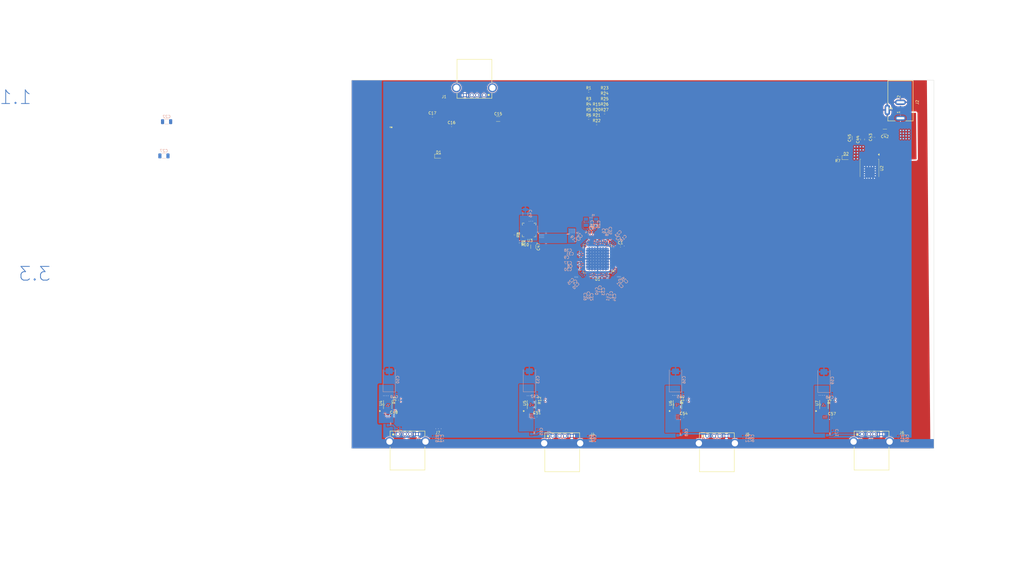
<source format=kicad_pcb>
(kicad_pcb (version 20241229) (generator "pcbnew") (generator_version "9.0")
  (layers (0 "F.Cu" signal) (4 "In1.Cu" signal) (6 "In2.Cu" signal) (2 "B.Cu" signal) (13 "F.Paste" user) (15 "B.Paste" user) (5 "F.SilkS" user "F.Silkscreen") (7 "B.SilkS" user "B.Silkscreen") (1 "F.Mask" user) (3 "B.Mask" user) (25 "Edge.Cuts" user))
  (net 0 "")
  (net 1 "Earth")
  (net 2 "Net-(U1-GRSTz)")
  (net 3 "VDD3.3")
  (net 4 "VDD1.1")
  (net 5 "XO")
  (net 6 "XI")
  (net 7 "USB_5V_UP")
  (net 8 "GNDPWR")
  (net 9 "BOARD_5V")
  (net 10 "BOARD_3.3V")
  (net 11 "BOARD_1.1V")
  (net 12 "/Port 1 Power Switch/VOUT")
  (net 13 "/Port 2 Power Switch/VOUT")
  (net 14 "/Port 3 Power Switch/VOUT")
  (net 15 "/Port 4 Power Switch/VOUT")
  (net 16 "Net-(J4-VBUS)")
  (net 17 "Net-(J5-VBUS)")
  (net 18 "Net-(J6-VBUS)")
  (net 19 "Net-(J7-VBUS)")
  (net 20 "Net-(D1-K)")
  (net 21 "Net-(D2-K)")
  (net 22 "USB_UP_D-")
  (net 23 "USB_UP_D+")
  (net 24 "USB_DN2_D+")
  (net 25 "USB_DN2_D-")
  (net 26 "USB_DN3_D-")
  (net 27 "USB_DN3_D+")
  (net 28 "USB_DN4_D+")
  (net 29 "USB_DN4_D-")
  (net 30 "USB_DN1_D+")
  (net 31 "USB_DN1_D-")
  (net 32 "Net-(U1-USB_R1)")
  (net 33 "Net-(U1-USB_VBUS)")
  (net 34 "Net-(U3-SS)")
  (net 35 "Net-(U3-FB)")
  (net 36 "/Port 1 Power Switch/OVERCURRENT")
  (net 37 "/Port 2 Power Switch/OVERCURRENT")
  (net 38 "/Port 3 Power Switch/OVERCURRENT")
  (net 39 "/Port 4 Power Switch/OVERCURRENT")
  (net 40 "Net-(U1-AUTOENz{slash}HS_SUSPEND)")
  (net 41 "Net-(U1-TEST)")
  (net 42 "Net-(U1-GANGED{slash}SMBA2{slash}HS_UP)")
  (net 43 "Net-(U1-FULLPWRMGMTz{slash}SMBA1)")
  (net 44 "/Port 4 Power Switch/PWRON_EN")
  (net 45 "/Port 3 Power Switch/PWRON_EN")
  (net 46 "/Port 2 Power Switch/PWRON_EN")
  (net 47 "/Port 1 Power Switch/PWRON_EN")
  (net 48 "Net-(U1-PWRCTL_POL)")
  (footprint "Capacitor_SMD:C_0402_1005Metric" (layer "F.Cu") (at 90 45)
    (property "Reference" "C16")
    (property "Value" "0.1uF")
  )
  (footprint "Package_TO_SOT_SMD:TO-252-3_TabPin2" (layer "F.Cu") (at 242.5275 60.54 -90)
    (property "Reference" "U2")
    (property "Value" "3.3V Reg")
  )
  (footprint "Resistor_SMD:R_0402_1005Metric" (layer "F.Cu") (at 70.25 145.24 90)
    (property "Reference" "R11")
    (property "Value" "10K")
  )
  (footprint "Capacitor_SMD:C_0402_1005Metric" (layer "F.Cu") (at 151.65 88.9)
    (property "Reference" "C1")
    (property "Value" "1uF")
  )
  (footprint "Resistor_SMD:R_0402_1005Metric" (layer "F.Cu") (at 140.04 36.315)
    (property "Reference" "R3")
    (property "Value" "90.9K")
  )
  (footprint "my_global:694108301002" (layer "F.Cu") (at 253.85 36.415 -90)
    (property "Reference" "J2")
    (property "Value" "5V Barrel")
    (fp_line (start 1.3 5.2) (end 1.3 4.4) (stroke (width 0.01)) (layer "Edge.Cuts"))
    (fp_line (start 4.3 5.2) (end 1.3 5.2) (stroke (width 0.01)) (layer "Edge.Cuts"))
    (fp_line (start 1.3 4.4) (end 4.3 4.4) (stroke (width 0.01)) (layer "Edge.Cuts"))
    (fp_line (start 4.3 4.4) (end 4.3 5.2) (stroke (width 0.01)) (layer "Edge.Cuts"))
    (fp_line (start -0.4 1.5) (end 0.4 1.5) (stroke (width 0.01)) (layer "Edge.Cuts"))
    (fp_line (start 0.4 1.5) (end 0.4 1.6) (stroke (width 0.01)) (layer "Edge.Cuts"))
    (fp_line (start 0.4 1.5) (end 0.4 -1.5) (stroke (width 0.01)) (layer "Edge.Cuts"))
    (fp_line (start 5.4 1.5) (end 6.2 1.5) (stroke (width 0.01)) (layer "Edge.Cuts"))
    (fp_line (start 6.2 1.5) (end 6.2 -1.5) (stroke (width 0.01)) (layer "Edge.Cuts"))
    (fp_line (start -0.4 -1.5) (end -0.4 1.5) (stroke (width 0.01)) (layer "Edge.Cuts"))
    (fp_line (start 0.4 -1.5) (end -0.4 -1.5) (stroke (width 0.01)) (layer "Edge.Cuts"))
    (fp_line (start 5.4 -1.5) (end 5.4 1.5) (stroke (width 0.01)) (layer "Edge.Cuts"))
    (fp_line (start 6.2 -1.5) (end 5.4 -1.5) (stroke (width 0.01)) (layer "Edge.Cuts"))
  )
  (footprint "Capacitor_SMD:C_0402_1005Metric" (layer "F.Cu") (at 83 41.5)
    (property "Reference" "C17")
    (property "Value" "0.001uF")
  )
  (footprint "Resistor_SMD:R_0402_1005Metric" (layer "F.Cu") (at 145.86 32.335)
    (property "Reference" "R23")
    (property "Value" "4.7K")
  )
  (footprint "Resistor_SMD:R_0402_1005Metric" (layer "F.Cu") (at 140.04 32.335)
    (property "Reference" "R1")
    (property "Value" "9.53K")
  )
  (footprint "my_global:DGN8_1P89X1P57" (layer "F.Cu") (at 225.9 146.85 90)
    (property "Reference" "U7")
    (property "Value" "TPS2001CDGNR")
  )
  (footprint "Resistor_SMD:R_0402_1005Metric" (layer "F.Cu") (at 145.86 40.295)
    (property "Reference" "R27")
    (property "Value" "10K")
  )
  (footprint "Capacitor_SMD:C_0402_1005Metric" (layer "F.Cu") (at 174.75 151.25)
    (property "Reference" "C54")
    (property "Value" "0.1uF")
  )
  (footprint "Capacitor_SMD:C_1206_3216Metric" (layer "F.Cu") (at 119.85 89.175 -90)
    (property "Reference" "C47")
    (property "Value" "10uF")
  )
  (footprint "Capacitor_SMD:C_0402_1005Metric" (layer "F.Cu") (at 244.1 49.2 90)
    (property "Reference" "C43")
    (property "Value" "1uF")
  )
  (footprint "my_global:61400416021" (layer "F.Cu") (at 243.3 163.65)
    (property "Reference" "J6")
    (property "Value" "USB_A")
  )
  (footprint "Capacitor_SMD:C_0402_1005Metric" (layer "F.Cu") (at 68.95 150.85)
    (property "Reference" "C48")
    (property "Value" "0.1uF")
  )
  (footprint "LED_SMD:LED_0603_1608Metric" (layer "F.Cu") (at 234 56.65)
    (property "Reference" "D2")
    (property "Value" "LED Green")
  )
  (footprint "Resistor_SMD:R_0402_1005Metric" (layer "F.Cu") (at 142.95 40.295)
    (property "Reference" "R20")
    (property "Value" "4.7K")
  )
  (footprint "Resistor_SMD:R_0402_1005Metric" (layer "F.Cu") (at 113.25 84.86 -90)
    (property "Reference" "R8")
    (property "Value" "10K")
  )
  (footprint "my_global:61400416021" (layer "F.Cu") (at 186.84 164.25)
    (property "Reference" "J5")
    (property "Value" "USB_A")
  )
  (footprint "Capacitor_SMD:C_1206_3216Metric" (layer "F.Cu") (at 107 42.5)
    (property "Reference" "C15")
    (property "Value" "10uF")
  )
  (footprint "Capacitor_SMD:C_1206_3216Metric" (layer "F.Cu") (at 237.1 49.45 90)
    (property "Reference" "C45")
    (property "Value" "10uF")
  )
  (footprint "my_global:61400416021" (layer "F.Cu") (at 73.92 163.63)
    (property "Reference" "J7")
    (property "Value" "USB_A")
  )
  (footprint "Resistor_SMD:R_0402_1005Metric" (layer "F.Cu") (at 145.86 36.315)
    (property "Reference" "R25")
    (property "Value" "4.7K")
  )
  (footprint "Capacitor_SMD:C_0402_1005Metric" (layer "F.Cu") (at 121.2 151)
    (property "Reference" "C51")
    (property "Value" "0.1uF")
  )
  (footprint "Resistor_SMD:R_0402_1005Metric" (layer "F.Cu") (at 175.35 145.26 90)
    (property "Reference" "R13")
    (property "Value" "10K")
  )
  (footprint "Resistor_SMD:R_0402_1005Metric" (layer "F.Cu") (at 229.05 145.25 90)
    (property "Reference" "R14")
    (property "Value" "10K")
  )
  (footprint "Resistor_SMD:R_0402_1005Metric" (layer "F.Cu") (at 140.04 42.285)
    (property "Reference" "R6")
    (property "Value" "1M")
  )
  (footprint "Package_QFP:HTQFP-64-1EP_10x10mm_P0.5mm_EP8x8mm_Mask4.4x4.4mm_ThermalVias" (layer "F.Cu") (at 143.3 93.6 180)
    (property "Reference" "U1")
    (property "Value" "TUSB4041I")
  )
  (footprint "Resistor_SMD:R_0402_1005Metric" (layer "F.Cu") (at 142.95 42.285)
    (property "Reference" "R21")
    (property "Value" "4.7K")
  )
  (footprint "my_global:QFN65P500X500X100-21N" (layer "F.Cu") (at 118.3 83.05 180)
    (property "Reference" "U3")
    (property "Value" "1.1V Reg")
  )
  (footprint "my_global:61400416021" (layer "F.Cu") (at 130.38 164.25)
    (property "Reference" "J4")
    (property "Value" "USB_A")
  )
  (footprint "Capacitor_SMD:C_0402_1005Metric" (layer "F.Cu") (at 228.85 151.35)
    (property "Reference" "C57")
    (property "Value" "0.1uF")
  )
  (footprint "Resistor_SMD:R_0402_1005Metric" (layer "F.Cu") (at 140.04 40.295)
    (property "Reference" "R5")
    (property "Value" "330")
  )
  (footprint "my_global:DGN8_1P89X1P57" (layer "F.Cu") (at 66.7 146.85 90)
    (property "Reference" "U4")
    (property "Value" "TPS2001CDGNR")
  )
  (footprint "Resistor_SMD:R_0402_1005Metric" (layer "F.Cu") (at 142.95 38.305)
    (property "Reference" "R15")
    (property "Value" "4.7K")
  )
  (footprint "Resistor_SMD:R_0402_1005Metric" (layer "F.Cu") (at 140.04 38.305)
    (property "Reference" "R4")
    (property "Value" "10K")
  )
  (footprint "my_global:DGN8_1P89X1P57" (layer "F.Cu") (at 119.2 146.85 90)
    (property "Reference" "U5")
    (property "Value" "TPS2001CDGNR")
  )
  (footprint "Resistor_SMD:R_0402_1005Metric" (layer "F.Cu") (at 123.3 145.3 90)
    (property "Reference" "R12")
    (property "Value" "10K")
  )
  (footprint "my_global:DGN8_1P89X1P57" (layer "F.Cu") (at 172.45 146.85 90)
    (property "Reference" "U6")
    (property "Value" "TPS2001CDGNR")
  )
  (footprint "my_global:BEADC1608X95N" (layer "F.Cu") (at 68.16 46.655)
    (property "Reference" "FB6")
    (property "Value" "220 @ 100MHz")
  )
  (footprint "Resistor_SMD:R_0402_1005Metric" (layer "F.Cu") (at 145.86 38.305)
    (property "Reference" "R26")
    (property "Value" "4.7K")
  )
  (footprint "LED_SMD:LED_0603_1608Metric" (layer "F.Cu") (at 85.28 56.125)
    (property "Reference" "D1")
    (property "Value" "LED GREEN")
  )
  (footprint "Resistor_SMD:R_0402_1005Metric" (layer "F.Cu") (at 230.95 56.65 180)
    (property "Reference" "R7")
    (property "Value" "330")
  )
  (footprint "Capacitor_SMD:C_0805_2012Metric" (layer "F.Cu") (at 240 50 90)
    (property "Reference" "C44")
    (property "Value" "2.2uF")
  )
  (footprint "Resistor_SMD:R_0402_1005Metric" (layer "F.Cu") (at 116.81 87.3 180)
    (property "Reference" "R10")
    (property "Value" "1.87K")
  )
  (footprint "Capacitor_SMD:C_1206_3216Metric" (layer "F.Cu") (at 248.15 47.1 180)
    (property "Reference" "C42")
    (property "Value" "10uF")
  )
  (footprint "Resistor_SMD:R_0402_1005Metric" (layer "F.Cu") (at 115.1 87.8 -90)
    (property "Reference" "R9")
    (property "Value" "4.99K")
  )
  (footprint "Resistor_SMD:R_0402_1005Metric" (layer "F.Cu") (at 142.95 44.275)
    (property "Reference" "R22")
    (property "Value" "4.7K")
  )
  (footprint "Resistor_SMD:R_0402_1005Metric" (layer "F.Cu") (at 145.86 34.325)
    (property "Reference" "R24")
    (property "Value" "4.7K")
  )
  (footprint "my_global:61400416021" (layer "F.Cu") (at 98.35 27.85 180)
    (property "Reference" "J1")
    (property "Value" "USB_A")
  )
  (footprint "my_global:BEADC1608X95N" (layer "B.Cu") (at 227.05 157.3 90)
    (property "Reference" "FB4")
    (property "Value" "220 @ 100MHz")
  )
  (footprint "Capacitor_SMD:C_0201_0603Metric" (layer "B.Cu") (at 149.6 98.2 135)
    (property "Reference" "C26")
    (property "Value" "0.001uF")
  )
  (footprint "my_global:BEADC1608X95N" (layer "B.Cu") (at 119.1 156.865 90)
    (property "Reference" "FB2")
    (property "Value" "220 @ 100MHz")
  )
  (footprint "Capacitor_SMD:C_0201_0603Metric" (layer "B.Cu") (at 147.7 100 90)
    (property "Reference" "C34")
    (property "Value" "0.01uF")
  )
  (footprint "Capacitor_SMD:C_0201_0603Metric" (layer "B.Cu") (at 143.2 87.6 -90)
    (property "Reference" "C7")
    (property "Value" "0.1uF")
  )
  (footprint "Capacitor_SMD:C_0201_0603Metric" (layer "B.Cu") (at 137.943952 99.056048 45)
    (property "Reference" "C4")
    (property "Value" "0.1uF")
  )
  (footprint "Resistor_SMD:R_0402_1005Metric" (layer "B.Cu") (at 140.2 159.2 90)
    (property "Reference" "R16")
    (property "Value" "1M")
  )
  (footprint "Capacitor_SMD:C_0201_0603Metric" (layer "B.Cu") (at 137.143952 98.856048 45)
    (property "Reference" "C25")
    (property "Value" "0.001uF")
  )
  (footprint "Capacitor_SMD:C_0201_0603Metric" (layer "B.Cu") (at 138.6 88.6 -45)
    (property "Reference" "C3")
    (property "Value" "0.1uF")
  )
  (footprint "my_global:XTAL_ECS-240-20-30B-TR" (layer "B.Cu") (at 140.9 80.2 180)
    (property "Reference" "Y1")
    (property "Value" "ECS-240-20-30B-TR")
  )
  (footprint "Capacitor_SMD:C_0402_1005Metric" (layer "B.Cu") (at 255.25 159.15 90)
    (property "Reference" "C69")
    (property "Value" "0.1uF")
  )
  (footprint "Capacitor_SMD:C_0201_0603Metric" (layer "B.Cu") (at 136.6 92.7)
    (property "Reference" "C9")
    (property "Value" "0.1uF")
  )
  (footprint "Capacitor_SMD:C_0402_1005Metric" (layer "B.Cu") (at 121.6 156.7 90)
    (property "Reference" "C65")
    (property "Value" "0.1uF")
  )
  (footprint "Capacitor_SMD:C_0201_0603Metric" (layer "B.Cu") (at 145.6 100.02 90)
    (property "Reference" "C33")
    (property "Value" "0.01uF")
  )
  (footprint "Resistor_SMD:R_0402_1005Metric" (layer "B.Cu") (at 253.35 159.15 90)
    (property "Reference" "R18")
    (property "Value" "1M")
  )
  (footprint "Capacitor_Tantalum_SMD:CP_EIA-7343-15_Kemet-W" (layer "B.Cu") (at 67.25 137.73 90)
    (property "Reference" "C50")
    (property "Value" "150uF")
  )
  (footprint "Capacitor_SMD:C_0201_0603Metric" (layer "B.Cu") (at 137.2 92)
    (property "Reference" "C31")
    (property "Value" "0.01uF")
  )
  (footprint "Capacitor_SMD:C_0201_0603Metric" (layer "B.Cu") (at 137.8 88.8 -45)
    (property "Reference" "C19")
    (property "Value" "0.01uF")
  )
  (footprint "Capacitor_SMD:C_0201_0603Metric" (layer "B.Cu") (at 148.3 87.4 -135)
    (property "Reference" "C23")
    (property "Value" "0.001uF")
  )
  (footprint "Capacitor_SMD:C_0402_1005Metric" (layer "B.Cu") (at 173.65 142.8)
    (property "Reference" "C55")
    (property "Value" "0.1uF")
  )
  (footprint "Capacitor_SMD:C_0201_0603Metric" (layer "B.Cu") (at 145.5 87.2 -90)
    (property "Reference" "C6")
    (property "Value" "0.1uF")
  )
  (footprint "Capacitor_SMD:C_0402_1005Metric" (layer "B.Cu") (at 254.3 159.15 90)
    (property "Reference" "C70")
    (property "Value" "0.001uF")
  )
  (footprint "Capacitor_SMD:C_0402_1005Metric" (layer "B.Cu") (at 228 143)
    (property "Reference" "C58")
    (property "Value" "0.1uF")
  )
  (footprint "Resistor_SMD:R_0402_1005Metric" (layer "B.Cu") (at 196.75 159.15 90)
    (property "Reference" "R17")
    (property "Value" "1M")
  )
  (footprint "Capacitor_SMD:C_0201_0603Metric" (layer "B.Cu") (at 141.7 99.655 90)
    (property "Reference" "C10")
    (property "Value" "0.1uF")
  )
  (footprint "Capacitor_SMD:C_0402_1005Metric" (layer "B.Cu") (at 85.5 159.2 90)
    (property "Reference" "C72")
    (property "Value" "0.1uF")
  )
  (footprint "Capacitor_SMD:C_0402_1005Metric" (layer "B.Cu") (at 197.75 159.15 90)
    (property "Reference" "C67")
    (property "Value" "0.001uF")
  )
  (footprint "Capacitor_SMD:C_0201_0603Metric" (layer "B.Cu") (at 138.143952 99.856048 45)
    (property "Reference" "C20")
    (property "Value" "0.01uF")
  )
  (footprint "Capacitor_SMD:C_0201_0603Metric" (layer "B.Cu") (at 142.4 100.08 90)
    (property "Reference" "C32")
    (property "Value" "0.01uF")
  )
  (footprint "Capacitor_SMD:C_0402_1005Metric" (layer "B.Cu") (at 141.1 159.2 90)
    (property "Reference" "C64")
    (property "Value" "0.001uF")
  )
  (footprint "Capacitor_SMD:C_0201_0603Metric" (layer "B.Cu") (at 147 99.58 90)
    (property "Reference" "C12")
    (property "Value" "0.1uF")
  )
  (footprint "Capacitor_SMD:C_0201_0603Metric" (layer "B.Cu") (at 148.5 88.2 -135)
    (property "Reference" "C2")
    (property "Value" "0.1uF")
  )
  (footprint "Capacitor_SMD:C_1206_3216Metric" (layer "B.Cu") (at -14.975 56 180)
    (property "Reference" "C27")
    (property "Value" "10uF")
  )
  (footprint "Capacitor_SMD:C_0201_0603Metric" (layer "B.Cu") (at 136.6 95)
    (property "Reference" "C37")
    (property "Value" "0.001uF")
  )
  (footprint "Capacitor_Tantalum_SMD:CP_EIA-7343-15_Kemet-W" (layer "B.Cu") (at 225.9 138 90)
    (property "Reference" "C59")
    (property "Value" "150uF")
  )
  (footprint "Resistor_SMD:R_0402_1005Metric" (layer "B.Cu") (at 141.05 83.7 180)
    (property "Reference" "R2")
    (property "Value" "1M")
  )
  (footprint "Capacitor_SMD:C_0402_1005Metric" (layer "B.Cu") (at 140.0925 82.7)
    (property "Reference" "C14")
    (property "Value" "18pF")
  )
  (footprint "Capacitor_SMD:C_0402_1005Metric" (layer "B.Cu") (at 141.9925 82.7 180)
    (property "Reference" "C13")
    (property "Value" "18pF")
  )
  (footprint "Capacitor_SMD:C_0201_0603Metric" (layer "B.Cu") (at 136.6 96.4)
    (property "Reference" "C30")
    (property "Value" "0.01uF")
  )
  (footprint "Capacitor_SMD:C_0402_1005Metric" (layer "B.Cu") (at 142 159.2 -90)
    (property "Reference" "C63")
    (property "Value" "0.1uF")
  )
  (footprint "my_global:BEADC1608X95N" (layer "B.Cu") (at 172.5 157.35 90)
    (property "Reference" "FB3")
    (property "Value" "220 @ 100MHz")
  )
  (footprint "Capacitor_SMD:C_0201_0603Metric" (layer "B.Cu") (at 146.2 87.6 -90)
    (property "Reference" "C28")
    (property "Value" "0.01uF")
  )
  (footprint "Capacitor_SMD:C_1206_3216Metric" (layer "B.Cu") (at -14 43.5 180)
    (property "Reference" "C22")
    (property "Value" "10uF")
  )
  (footprint "Capacitor_SMD:C_0201_0603Metric" (layer "B.Cu") (at 137.2 95.7)
    (property "Reference" "C8")
    (property "Value" "0.1uF")
  )
  (footprint "Capacitor_SMD:C_0201_0603Metric" (layer "B.Cu") (at 138.9 87.8 -45)
    (property "Reference" "C24")
    (property "Value" "0.001uF")
  )
  (footprint "Capacitor_SMD:C_0201_0603Metric" (layer "B.Cu") (at 146.3 100.02 90)
    (property "Reference" "C41")
    (property "Value" "0.001uF")
  )
  (footprint "Capacitor_SMD:C_0402_1005Metric" (layer "B.Cu") (at 70.65 155.55)
    (property "Reference" "C74")
    (property "Value" "0.1uF")
  )
  (footprint "Capacitor_SMD:C_0402_1005Metric" (layer "B.Cu") (at 120.3 142.7)
    (property "Reference" "C52")
    (property "Value" "0.1uF")
  )
  (footprint "Capacitor_SMD:C_0402_1005Metric" (layer "B.Cu") (at 229.5 157.15 90)
    (property "Reference" "C71")
    (property "Value" "0.1uF")
  )
  (footprint "Capacitor_SMD:C_0402_1005Metric" (layer "B.Cu") (at 198.75 159.15 90)
    (property "Reference" "C66")
    (property "Value" "0.1uF")
  )
  (footprint "Capacitor_SMD:C_0402_1005Metric" (layer "B.Cu") (at 174.55 157 90)
    (property "Reference" "C68")
    (property "Value" "0.1uF")
  )
  (footprint "Capacitor_Tantalum_SMD:CP_EIA-7343-15_Kemet-W" (layer "B.Cu") (at 118.4 137.73 90)
    (property "Reference" "C53")
    (property "Value" "150uF")
  )
  (footprint "my_global:BEADC1608X95N" (layer "B.Cu") (at 132.365 85.65 180)
    (property "Reference" "FB5")
    (property "Value" "220 @ 100MHz")
  )
  (footprint "Capacitor_SMD:C_0201_0603Metric" (layer "B.Cu") (at 146.9 87.2 -90)
    (property "Reference" "C35")
    (property "Value" "0.001uF")
  )
  (footprint "Capacitor_SMD:C_0201_0603Metric" (layer "B.Cu") (at 149.4 88.3 -135)
    (property "Reference" "C18")
    (property "Value" "0.01uF")
  )
  (footprint "Capacitor_SMD:C_0201_0603Metric" (layer "B.Cu") (at 148.6 99.2 135)
    (property "Reference" "C21")
    (property "Value" "0.01uF")
  )
  (footprint "my_global:BEADC1608X95N" (layer "B.Cu") (at 66.75 153.635 90)
    (property "Reference" "FB7")
    (property "Value" "220 @ 100MHz")
  )
  (footprint "Capacitor_SMD:C_0201_0603Metric" (layer "B.Cu") (at 143.9 87.32 -90)
    (property "Reference" "C29")
    (property "Value" "0.01uF")
  )
  (footprint "Capacitor_SMD:C_0201_0603Metric" (layer "B.Cu") (at 141 100.1 90)
    (property "Reference" "C39")
    (property "Value" "0.001uF")
  )
  (footprint "Capacitor_SMD:C_0201_0603Metric" (layer "B.Cu") (at 148.8 98.4 135)
    (property "Reference" "C5")
    (property "Value" "0.1uF")
  )
  (footprint "Capacitor_SMD:C_0402_1005Metric" (layer "B.Cu") (at 69.05 142.85)
    (property "Reference" "C49")
    (property "Value" "0.1uF")
  )
  (footprint "Capacitor_Tantalum_SMD:CP_EIA-7343-15_Kemet-W" (layer "B.Cu") (at 171.75 137.8 90)
    (property "Reference" "C56")
    (property "Value" "150uF")
  )
  (footprint "Capacitor_SMD:C_0201_0603Metric" (layer "B.Cu") (at 136.6 91.3)
    (property "Reference" "C38")
    (property "Value" "0.001uF")
  )
  (footprint "Capacitor_SMD:C_0201_0603Metric" (layer "B.Cu") (at 144.9 99.655 90)
    (property "Reference" "C11")
    (property "Value" "0.1uF")
  )
  (footprint "Resistor_SMD:R_0402_1005Metric" (layer "B.Cu") (at 83.55 159.2 90)
    (property "Reference" "R19")
    (property "Value" "1M")
  )
  (footprint "Capacitor_SMD:C_0402_1005Metric" (layer "B.Cu") (at 84.55 159.2 90)
    (property "Reference" "C73")
    (property "Value" "0.001uF")
  )
  (footprint "Capacitor_SMD:C_0201_0603Metric" (layer "B.Cu") (at 144.2 100.02 90)
    (property "Reference" "C40")
    (property "Value" "0.001uF")
  )
  (footprint "Capacitor_SMD:C_1206_3216Metric" (layer "B.Cu") (at 116.95 77.075 90)
    (property "Reference" "C46")
    (property "Value" "10uF")
  )
  (footprint "Capacitor_SMD:C_0201_0603Metric" (layer "B.Cu") (at 142.48 87.32 -90)
    (property "Reference" "C36")
    (property "Value" "0.001uF")
  )
  (gr_rect (start 53.515 28.38) (end 266.065 162.88) (stroke (width 0.1)) (fill no) (layer "Edge.Cuts"))
  (gr_text "1.1\n" (at -63 37.5 -0) (layer "B.Cu") (effects (font (size 5 5) (thickness 0.3) (bold yes)) (justify left bottom mirror)))
  (gr_text "3.3" (at -56 102 -0) (layer "B.Cu") (effects (font (size 5 5) (thickness 0.3) (bold yes)) (justify left bottom mirror)))
  (segment (start 152.13 88.9) (end 153 88.9) (width 0.25) (layer "F.Cu") (net 1))
  (segment (start 121.6 156.22) (end 121.6 151.08) (width 0.25) (layer "F.Cu") (net 1))
  (segment (start 65.725001 150.1) (end 65.725001 148.9455) (width 0.25) (layer "F.Cu") (net 1))
  (segment (start 121.6 151.08) (end 121.68 151) (width 0.25) (layer "F.Cu") (net 1))
  (via (at 136.1 100.1) (size 0.25) (drill 0.15) (layers "F.Cu" "B.Cu") (net 1))
  (via (at 135.5 100.4) (size 0.25) (drill 0.15) (layers "F.Cu" "B.Cu") (net 1))
  (via (at 240.75 59.9) (size 0.8) (drill 0.4) (layers "F.Cu" "B.Cu") (net 1))
  (via (at 151.1 100.3) (size 0.25) (drill 0.15) (layers "F.Cu" "B.Cu") (net 1))
  (via (at 240.7 63.3) (size 0.8) (drill 0.4) (layers "F.Cu" "B.Cu") (net 1))
  (via (at 150.8 100) (size 0.25) (drill 0.15) (layers "F.Cu" "B.Cu") (net 1))
  (via (at 244.65 63.25) (size 0.8) (drill 0.4) (layers "F.Cu" "B.Cu") (net 1))
  (via (at 244.65 59.9) (size 0.8) (drill 0.4) (layers "F.Cu" "B.Cu") (net 1))
  (via (at 151.1 100) (size 0.25) (drill 0.15) (layers "F.Cu" "B.Cu") (net 1))
  (via (at 244.65 61.45) (size 0.8) (drill 0.4) (layers "F.Cu" "B.Cu") (net 1))
  (via (at 140.5725 82.7) (size 0.4) (drill 0.2) (layers "F.Cu" "B.Cu") (net 1))
  (via (at 151.7 100) (size 0.25) (drill 0.15) (layers "F.Cu" "B.Cu") (net 1))
  (via (at 153 88.9) (size 0.4) (drill 0.2) (layers "F.Cu" "B.Cu") (net 1))
  (via (at 244.65 62.35) (size 0.8) (drill 0.4) (layers "F.Cu" "B.Cu") (net 1))
  (via (at 86.2 155.65) (size 0.4) (drill 0.2) (layers "F.Cu" "B.Cu") (net 1))
  (via (at 242.7 59.9) (size 0.8) (drill 0.4) (layers "F.Cu" "B.Cu") (net 1))
  (via (at 243.3 64.15) (size 0.8) (drill 0.4) (layers "F.Cu" "B.Cu") (net 1))
  (via (at 225.45 147.25) (size 0.3) (drill 0.2) (layers "F.Cu" "B.Cu") (net 1))
  (via (at 226.25 147.25) (size 0.3) (drill 0.2) (layers "F.Cu" "B.Cu") (net 1))
  (via (at 150.5 100.3) (size 0.25) (drill 0.15) (layers "F.Cu" "B.Cu") (net 1))
  (via (at 135.2 100.1) (size 0.25) (drill 0.15) (layers "F.Cu" "B.Cu") (net 1))
  (via (at 134.9 100.4) (size 0.25) (drill 0.15) (layers "F.Cu" "B.Cu") (net 1))
  (via (at 135.5 100.1) (size 0.25) (drill 0.15) (layers "F.Cu" "B.Cu") (net 1))
  (via (at 151.4 100) (size 0.25) (drill 0.15) (layers "F.Cu" "B.Cu") (net 1))
  (via (at 225.7 146.65) (size 0.3) (drill 0.2) (layers "F.Cu" "B.Cu") (net 1))
  (via (at 244.65 60.65) (size 0.8) (drill 0.4) (layers "F.Cu" "B.Cu") (net 1))
  (via (at 66.65 146.7) (size 0.3) (drill 0.2) (layers "F.Cu" "B.Cu") (net 1))
  (via (at 66.3 147.25) (size 0.3) (drill 0.2) (layers "F.Cu" "B.Cu") (net 1))
  (via (at 241.75 59.9) (size 0.8) (drill 0.4) (layers "F.Cu" "B.Cu") (net 1))
  (via (at 141.5125 82.7) (size 0.4) (drill 0.2) (layers "F.Cu" "B.Cu") (net 1))
  (via (at 134.9 100.1) (size 0.25) (drill 0.15) (layers "F.Cu" "B.Cu") (net 1))
  (via (at 85.2 155.65) (size 0.4) (drill 0.2) (layers "F.Cu" "B.Cu") (net 1))
  (via (at 240.7 61.6) (size 0.8) (drill 0.4) (layers "F.Cu" "B.Cu") (net 1))
  (via (at 84.25 155.65) (size 0.4) (drill 0.2) (layers "F.Cu" "B.Cu") (net 1))
  (via (at 67.3 146.7) (size 0.3) (drill 0.2) (layers "F.Cu" "B.Cu") (net 1))
  (via (at 241.55 64.15) (size 0.8) (drill 0.4) (layers "F.Cu" "B.Cu") (net 1))
  (via (at 150.5 100) (size 0.25) (drill 0.15) (layers "F.Cu" "B.Cu") (net 1))
  (via (at 66.95 147.3) (size 0.3) (drill 0.2) (layers "F.Cu" "B.Cu") (net 1))
  (via (at 119.6 147.05) (size 0.3) (drill 0.2) (layers "F.Cu" "B.Cu") (net 1))
  (via (at 243.65 59.9) (size 0.8) (drill 0.4) (layers "F.Cu" "B.Cu") (net 1))
  (via (at 172.15 147.25) (size 0.3) (drill 0.2) (layers "F.Cu" "B.Cu") (net 1))
  (via (at 65.725001 150.1) (size 0.4) (drill 0.2) (layers "F.Cu" "B.Cu") (net 1))
  (via (at 135.2 100.4) (size 0.25) (drill 0.15) (layers "F.Cu" "B.Cu") (net 1))
  (via (at 136.1 100.4) (size 0.25) (drill 0.15) (layers "F.Cu" "B.Cu") (net 1))
  (via (at 135.8 100.1) (size 0.25) (drill 0.15) (layers "F.Cu" "B.Cu") (net 1))
  (via (at 118.7 147.2) (size 0.3) (drill 0.2) (layers "F.Cu" "B.Cu") (net 1))
  (via (at 135.8 100.4) (size 0.25) (drill 0.15) (layers "F.Cu" "B.Cu") (net 1))
  (via (at 151.4 100.3) (size 0.25) (drill 0.15) (layers "F.Cu" "B.Cu") (net 1))
  (via (at 240.7 62.5) (size 0.8) (drill 0.4) (layers "F.Cu" "B.Cu") (net 1))
  (via (at 240.7 60.75) (size 0.8) (drill 0.4) (layers "F.Cu" "B.Cu") (net 1))
  (via (at 242.4 64.15) (size 0.8) (drill 0.4) (layers "F.Cu" "B.Cu") (net 1))
  (via (at 172.05 146.65) (size 0.3) (drill 0.2) (layers "F.Cu" "B.Cu") (net 1))
  (via (at 151.7 100.3) (size 0.25) (drill 0.15) (layers "F.Cu" "B.Cu") (net 1))
  (via (at 244.35 64.2) (size 0.8) (drill 0.4) (layers "F.Cu" "B.Cu") (net 1))
  (via (at 172.75 146.7) (size 0.3) (drill 0.2) (layers "F.Cu" "B.Cu") (net 1))
  (via (at 118.9 146.55) (size 0.3) (drill 0.2) (layers "F.Cu" "B.Cu") (net 1))
  (via (at 150.8 100.3) (size 0.25) (drill 0.15) (layers "F.Cu" "B.Cu") (net 1))
  (via (at 240.7 64.15) (size 0.8) (drill 0.4) (layers "F.Cu" "B.Cu") (net 1))
  (segment (start 148.073726 88.226274) (end 148.273726 88.426274) (width 0.25) (layer "B.Cu") (net 1))
  (segment (start 141.975 99.335) (end 141.7 99.335) (width 0.25) (layer "B.Cu") (net 1))
  (segment (start 149.13568 88.56432) (end 149.173726 88.526274) (width 0.25) (layer "B.Cu") (net 1))
  (segment (start 146.2 87.92) (end 146.5 87.92) (width 0.25) (layer "B.Cu") (net 1))
  (segment (start 137.970226 98.629774) (end 138.170226 98.829774) (width 0.25) (layer "B.Cu") (net 1))
  (segment (start 138.170226 98.829774) (end 138.370226 99.029774) (width 0.25) (layer "B.Cu") (net 1))
  (segment (start 137.149999 96.4) (end 137.52 96.029999) (width 0.25) (layer "B.Cu") (net 1))
  (segment (start 137.52 96.029999) (end 137.52 95.7) (width 0.25) (layer "B.Cu") (net 1))
  (segment (start 144.565 99.335) (end 144.9 99.335) (width 0.25) (layer "B.Cu") (net 1))
  (segment (start 143.62 87.92) (end 143.9 87.64) (width 0.25) (layer "B.Cu") (net 1))
  (segment (start 142.48 87.64) (end 142.76 87.92) (width 0.25) (layer "B.Cu") (net 1))
  (segment (start 144.9 99.335) (end 145.235 99.335) (width 0.25) (layer "B.Cu") (net 1))
  (segment (start 137.019999 91.3) (end 136.92 91.3) (width 0.25) (layer "B.Cu") (net 1))
  (segment (start 136.92 92.7) (end 137.019999 92.7) (width 0.25) (layer "B.Cu") (net 1))
  (segment (start 141.445 99.335) (end 141.7 99.335) (width 0.25) (layer "B.Cu") (net 1))
  (segment (start 148.273726 88.426274) (end 148.411772 88.56432) (width 0.25) (layer "B.Cu") (net 1))
  (segment (start 141 99.78) (end 141.445 99.335) (width 0.25) (layer "B.Cu") (net 1))
  (segment (start 148.573726 98.173726) (end 148.373726 98.373726) (width 0.25) (layer "B.Cu") (net 1))
  (segment (start 137.52 91.800001) (end 137.019999 91.3) (width 0.25) (layer "B.Cu") (net 1))
  (segment (start 137.52 92.199999) (end 137.52 92) (width 0.25) (layer "B.Cu") (net 1))
  (segment (start 142.48 89.68) (end 142.5 89.7) (width 0.25) (layer "B.Cu") (net 1))
  (segment (start 137.52 95.500001) (end 137.019999 95) (width 0.25) (layer "B.Cu") (net 1))
  (segment (start 145.5 87.52) (end 145.9 87.92) (width 0.25) (layer "B.Cu") (net 1))
  (segment (start 146.3 99.7) (end 146.74 99.26) (width 0.25) (layer "B.Cu") (net 1))
  (segment (start 138.370226 99.029774) (end 138.370226 99.629774) (width 0.25) (layer "B.Cu") (net 1))
  (segment (start 137.019999 92.7) (end 137.52 92.199999) (width 0.25) (layer "B.Cu") (net 1))
  (segment (start 146.74 99.26) (end 147 99.26) (width 0.25) (layer "B.Cu") (net 1))
  (segment (start 137.370226 98.629774) (end 137.970226 98.629774) (width 0.25) (layer "B.Cu") (net 1))
  (segment (start 148.411772 88.56432) (end 149.13568 88.56432) (width 0.25) (layer "B.Cu") (net 1))
  (segment (start 147.28 99.26) (end 147.7 99.68) (width 0.25) (layer "B.Cu") (net 1))
  (segment (start 148.773726 97.973726) (end 148.573726 98.173726) (width 0.25) (layer "B.Cu") (net 1))
  (segment (start 148.073726 87.626274) (end 148.073726 88.226274) (width 0.25) (layer "B.Cu") (net 1))
  (segment (start 139.126274 88.526274) (end 139.126274 88.026274) (width 0.25) (layer "B.Cu") (net 1))
  (segment (start 149.373726 97.973726) (end 148.773726 97.973726) (width 0.25) (layer "B.Cu") (net 1))
  (segment (start 143.2 87.92) (end 143.62 87.92) (width 0.25) (layer "B.Cu") (net 1))
  (segment (start 142.4 99.76) (end 141.975 99.335) (width 0.25) (layer "B.Cu") (net 1))
  (segment (start 138.626274 89.026274) (end 138.826274 88.826274) (width 0.25) (layer "B.Cu") (net 1))
  (segment (start 147 99.26) (end 147.28 99.26) (width 0.25) (layer "B.Cu") (net 1))
  (segment (start 144.2 99.7) (end 144.565 99.335) (width 0.25) (layer "B.Cu") (net 1))
  (segment (start 142.76 87.92) (end 143.2 87.92) (width 0.25) (layer "B.Cu") (net 1))
  (segment (start 138.026274 89.026274) (end 138.626274 89.026274) (width 0.25) (layer "B.Cu") (net 1))
  (segment (start 138.826274 88.826274) (end 139.126274 88.526274) (width 0.25) (layer "B.Cu") (net 1))
  (segment (start 137.52 92) (end 137.52 91.800001) (width 0.25) (layer "B.Cu") (net 1))
  (segment (start 148.373726 98.373726) (end 148.373726 98.973726) (width 0.25) (layer "B.Cu") (net 1))
  (segment (start 137.52 95.7) (end 137.52 95.500001) (width 0.25) (layer "B.Cu") (net 1))
  (segment (start 145.9 87.92) (end 146.2 87.92) (width 0.25) (layer "B.Cu") (net 1))
  (segment (start 146.5 87.92) (end 146.9 87.52) (width 0.25) (layer "B.Cu") (net 1))
  (segment (start 145.235 99.335) (end 145.6 99.7) (width 0.25) (layer "B.Cu") (net 1))
  (segment (start 136.92 96.4) (end 137.149999 96.4) (width 0.25) (layer "B.Cu") (net 1))
  (segment (start 137.019999 95) (end 136.92 95) (width 0.25) (layer "B.Cu") (net 1))
  (segment (start 151.094 88.976) (end 151.17 88.9) (width 0.25) (layer "F.Cu") (net 2))
  (segment (start 146.55 88.952) (end 146.574 88.976) (width 0.25) (layer "F.Cu") (net 2))
  (segment (start 146.574 88.976) (end 151.094 88.976) (width 0.25) (layer "F.Cu") (net 2))
  (segment (start 146.55 87.9) (end 146.55 88.952) (width 0.25) (layer "F.Cu") (net 2))
  (segment (start 147.976274 86.326274) (end 147.9 86.25) (width 0.3) (layer "F.Cu") (net 3))
  (segment (start 149 96.85) (end 149.869576 96.85) (width 0.3) (layer "F.Cu") (net 3))
  (segment (start 147.9 86.25) (end 147.9 86.197452) (width 0.3) (layer "F.Cu") (net 3))
  (segment (start 145.55 86.35) (end 145.55 87.9) (width 0.3) (layer "F.Cu") (net 3))
  (segment (start 140.05 86.75) (end 140 86.7) (width 0.3) (layer "F.Cu") (net 3))
  (segment (start 147.9 86.197452) (end 147.752548 86.05) (width 0.3) (layer "F.Cu") (net 3))
  (segment (start 149.869576 96.85) (end 149.906525 96.813051) (width 0.3) (layer "F.Cu") (net 3))
  (segment (start 147.752548 86.05) (end 145.85 86.05) (width 0.3) (layer "F.Cu") (net 3))
  (segment (start 136.95 97.35) (end 136.7 97.6) (width 0.3) (layer "F.Cu") (net 3))
  (segment (start 145.85 86.05) (end 145.55 86.35) (width 0.3) (layer "F.Cu") (net 3))
  (segment (start 140.05 87.9) (end 140.05 86.75) (width 0.3) (layer "F.Cu") (net 3))
  (segment (start 137.6 97.35) (end 136.95 97.35) (width 0.3) (layer "F.Cu") (net 3))
  (segment (start 147.976274 86.623726) (end 147.976274 86.326274) (width 0.3) (layer "F.Cu") (net 3))
  (via (at 147.976274 86.623726) (size 0.3) (drill 0.2) (layers "F.Cu" "B.Cu") (net 3))
  (via (at 149.906525 96.813051) (size 0.3) (drill 0.2) (layers "F.Cu" "B.Cu") (net 3))
  (via (at 140 86.7) (size 0.3) (drill 0.2) (layers "F.Cu" "B.Cu") (net 3))
  (via (at 136.7 97.6) (size 0.3) (drill 0.2) (layers "F.Cu" "B.Cu") (net 3))
  (segment (start 138.173726 88.173726) (end 138.373726 88.373726) (width 0.3) (layer "B.Cu") (net 3))
  (segment (start 149.826274 98.426274) (end 149.326274 98.926274) (width 0.3) (layer "B.Cu") (net 3))
  (segment (start 136.7 98.864644) (end 136.917678 99.082322) (width 0.3) (layer "B.Cu") (net 3))
  (segment (start 136.955488 99.082322) (end 137.436583 99.563417) (width 0.3) (layer "B.Cu") (net 3))
  (segment (start 140 86.7) (end 139.547452 86.7) (width 0.3) (layer "B.Cu") (net 3))
  (segment (start 138.173726 87.973726) (end 137.573726 88.573726) (width 0.3) (layer "B.Cu") (net 3))
  (segment (start 148.726274 87.173726) (end 149.126274 87.573726) (width 0.3) (layer "B.Cu") (net 3))
  (segment (start 138.673726 87.573726) (end 138.573726 87.573726) (width 0.3) (layer "B.Cu") (net 3))
  (segment (start 149.126274 87.573726) (end 149.626274 88.073726) (width 0.3) (layer "B.Cu") (net 3))
  (segment (start 149.326274 98.926274) (end 148.826274 99.426274) (width 0.3) (layer "B.Cu") (net 3))
  (segment (start 137.436583 99.563417) (end 137.917678 100.044512) (width 0.3) (layer "B.Cu") (net 3))
  (segment (start 138.573726 87.573726) (end 138.173726 87.973726) (width 0.3) (layer "B.Cu") (net 3))
  (segment (start 149.98932 96.895846) (end 149.98932 98.263228) (width 0.3) (layer "B.Cu") (net 3))
  (segment (start 136.917678 99.082322) (end 136.955488 99.082322) (width 0.3) (layer "B.Cu") (net 3))
  (segment (start 149.98932 98.263228) (end 149.826274 98.426274) (width 0.3) (layer "B.Cu") (net 3))
  (segment (start 137.917678 100.044512) (end 137.917678 100.082322) (width 0.3) (layer "B.Cu") (net 3))
  (segment (start 147.976274 86.623726) (end 148.526274 87.173726) (width 0.3) (layer "B.Cu") (net 3))
  (segment (start 149.126274 87.573726) (end 148.726274 87.973726) (width 0.3) (layer "B.Cu") (net 3))
  (segment (start 139.547452 86.7) (end 138.673726 87.573726) (width 0.3) (layer "B.Cu") (net 3))
  (segment (start 148.526274 87.173726) (end 148.726274 87.173726) (width 0.3) (layer "B.Cu") (net 3))
  (segment (start 149.906525 96.813051) (end 149.98932 96.895846) (width 0.3) (layer "B.Cu") (net 3))
  (segment (start 137.436583 99.563417) (end 137.717678 99.282322) (width 0.3) (layer "B.Cu") (net 3))
  (segment (start 136.7 97.6) (end 136.7 98.864644) (width 0.3) (layer "B.Cu") (net 3))
  (segment (start 138.173726 87.973726) (end 138.173726 88.173726) (width 0.3) (layer "B.Cu") (net 3))
  (segment (start 149.326274 98.926274) (end 149.026274 98.626274) (width 0.3) (layer "B.Cu") (net 3))
  (segment (start 136.45 95.85) (end 137.6 95.85) (width 0.3) (layer "F.Cu") (net 4))
  (segment (start 146.2 86.8) (end 146.05 86.95) (width 0.25) (layer "F.Cu") (net 4))
  (segment (start 147 100.4) (end 146.7 100.4) (width 0.3) (layer "F.Cu") (net 4))
  (segment (start 143.05 86.95) (end 143.2 86.8) (width 0.3) (layer "F.Cu") (net 4))
  (segment (start 146.2 86.8) (end 146.201702 86.798298) (width 0.25) (layer "F.Cu") (net 4))
  (segment (start 146.05 86.95) (end 146.05 87.9) (width 0.25) (layer "F.Cu") (net 4))
  (segment (start 143.05 87.9) (end 143.05 86.95) (width 0.3) (layer "F.Cu") (net 4))
  (segment (start 146.7 100.4) (end 146.55 100.25) (width 0.3) (layer "F.Cu") (net 4))
  (segment (start 136.3 95.7) (end 136.45 95.85) (width 0.3) (layer "F.Cu") (net 4))
  (segment (start 146.55 100.25) (end 146.55 99.3) (width 0.3) (layer "F.Cu") (net 4))
  (segment (start 141.55 100.25) (end 141.7 100.4) (width 0.3) (layer "F.Cu") (net 4))
  (segment (start 145.05 100.25) (end 144.9 100.4) (width 0.3) (layer "F.Cu") (net 4))
  (segment (start 136.45 91.85) (end 136.3 92) (width 0.3) (layer "F.Cu") (net 4))
  (segment (start 145.05 99.3) (end 145.05 100.25) (width 0.3) (layer "F.Cu") (net 4))
  (segment (start 141.55 99.3) (end 141.55 100.25) (width 0.3) (layer "F.Cu") (net 4))
  (segment (start 137.6 91.85) (end 136.45 91.85) (width 0.3) (layer "F.Cu") (net 4))
  (via (at 136.3 95.7) (size 0.3) (drill 0.2) (layers "F.Cu" "B.Cu") (net 4))
  (via (at 133.15 84.05) (size 0.4) (drill 0.2) (layers "F.Cu" "B.Cu") (net 4))
  (via (at 134.25 84.05) (size 0.4) (drill 0.2) (layers "F.Cu" "B.Cu") (net 4))
  (via (at 133.7 83.5) (size 0.4) (drill 0.2) (layers "F.Cu" "B.Cu") (net 4))
  (via (at 134.25 82.95) (size 0.4) (drill 0.2) (layers "F.Cu" "B.Cu") (net 4))
  (via (at 133.7 84.05) (size 0.4) (drill 0.2) (layers "F.Cu" "B.Cu") (net 4))
  (via (at 134.8 82.95) (size 0.4) (drill 0.2) (layers "F.Cu" "B.Cu") (net 4))
  (via (at 133.7 82.95) (size 0.4) (drill 0.2) (layers "F.Cu" "B.Cu") (net 4))
  (via micro (at 146.2 86.8) (size 0.3) (drill 0.1) (layers "F.Cu" "B.Cu") (net 4))
  (via (at 141.7 100.4) (size 0.3) (drill 0.2) (layers "F.Cu" "B.Cu") (net 4))
  (via (at 133.15 83.5) (size 0.4) (drill 0.2) (layers "F.Cu" "B.Cu") (net 4))
  (via (at 147 100.4) (size 0.3) (drill 0.2) (layers "F.Cu" "B.Cu") (net 4))
  (via (at 134.8 84.05) (size 0.4) (drill 0.2) (layers "F.Cu" "B.Cu") (net 4))
  (via (at 133.15 82.95) (size 0.4) (drill 0.2) (layers "F.Cu" "B.Cu") (net 4))
  (via (at 144.9 100.4) (size 0.3) (drill 0.2) (layers "F.Cu" "B.Cu") (net 4))
  (via (at 134.8 83.5) (size 0.4) (drill 0.2) (layers "F.Cu" "B.Cu") (net 4))
  (via (at 134.25 83.5) (size 0.4) (drill 0.2) (layers "F.Cu" "B.Cu") (net 4))
  (via (at 143.2 86.8) (size 0.3) (drill 0.2) (layers "F.Cu" "B.Cu") (net 4))
  (via (at 136.3 92) (size 0.3) (drill 0.2) (layers "F.Cu" "B.Cu") (net 4))
  (segment (start 142.48 87) (end 143 87) (width 0.3) (layer "B.Cu") (net 4))
  (segment (start 146.2 86.8) (end 145.58 86.8) (width 0.25) (layer "B.Cu") (net 4))
  (segment (start 143 87) (end 143.2 86.8) (width 0.3) (layer "B.Cu") (net 4))
  (segment (start 143.2 87.28) (end 143.2 86.8) (width 0.3) (layer "B.Cu") (net 4))
  (segment (start 141.7 100.4) (end 141.7 99.975) (width 0.3) (layer "B.Cu") (net 4))
  (segment (start 144.84 100.34) (end 144.9 100.4) (width 0.3) (layer "B.Cu") (net 4))
  (segment (start 141.02 100.4) (end 141 100.42) (width 0.3) (layer "B.Cu") (net 4))
  (segment (start 136.28 91.98) (end 136.3 92) (width 0.3) (layer "B.Cu") (net 4))
  (segment (start 147.08 100.32) (end 147 100.4) (width 0.3) (layer "B.Cu") (net 4))
  (segment (start 143.9 87) (end 143.4 87) (width 0.3) (layer "B.Cu") (net 4))
  (segment (start 136.28 95.68) (end 136.3 95.7) (width 0.3) (layer "B.Cu") (net 4))
  (segment (start 147 100.4) (end 147 99.9) (width 0.3) (layer "B.Cu") (net 4))
  (segment (start 145.6 100.34) (end 144.96 100.34) (width 0.3) (layer "B.Cu") (net 4))
  (segment (start 146.94 100.34) (end 147 100.4) (width 0.3) (layer "B.Cu") (net 4))
  (segment (start 136.28 96.4) (end 136.28 95.72) (width 0.3) (layer "B.Cu") (net 4))
  (segment (start 136.28 92.7) (end 136.28 92.02) (width 0.3) (layer "B.Cu") (net 4))
  (segment (start 144.96 100.34) (end 144.9 100.4) (width 0.3) (layer "B.Cu") (net 4))
  (segment (start 143.4 87) (end 143.2 86.8) (width 0.3) (layer "B.Cu") (net 4))
  (segment (start 145.58 86.8) (end 145.5 86.88) (width 0.25) (layer "B.Cu") (net 4))
  (segment (start 146.2 86.8) (end 146.2 87.28) (width 0.25) (layer "B.Cu") (net 4))
  (segment (start 146.2 86.8) (end 146.82 86.8) (width 0.25) (layer "B.Cu") (net 4))
  (segment (start 141.7 100.4) (end 142.4 100.4) (width 0.3) (layer "B.Cu") (net 4))
  (segment (start 146.82 86.8) (end 146.9 86.88) (width 0.25) (layer "B.Cu") (net 4))
  (segment (start 136.28 95) (end 136.28 95.68) (width 0.3) (layer "B.Cu") (net 4))
  (segment (start 147.7 100.32) (end 147.08 100.32) (width 0.3) (layer "B.Cu") (net 4))
  (segment (start 136.88 92) (end 136.3 92) (width 0.3) (layer "B.Cu") (net 4))
  (segment (start 144.9 99.975) (end 144.9 100.4) (width 0.3) (layer "B.Cu") (net 4))
  (segment (start 136.88 95.7) (end 136.3 95.7) (width 0.3) (layer "B.Cu") (net 4))
  (segment (start 144.2 100.34) (end 144.84 100.34) (width 0.3) (layer "B.Cu") (net 4))
  (segment (start 146.3 100.34) (end 146.94 100.34) (width 0.3) (layer "B.Cu") (net 4))
  (segment (start 141.7 100.4) (end 141.02 100.4) (width 0.3) (layer "B.Cu") (net 4))
  (segment (start 136.28 92.02) (end 136.3 92) (width 0.3) (layer "B.Cu") (net 4))
  (segment (start 136.28 91.3) (end 136.28 91.98) (width 0.3) (layer "B.Cu") (net 4))
  (segment (start 136.28 95.72) (end 136.3 95.7) (width 0.3) (layer "B.Cu") (net 4))
  (segment (start 141.55 84.7) (end 141.05 85.2) (width 0.25) (layer "F.Cu") (net 5))
  (segment (start 141.05 85.2) (end 141.05 87.9) (width 0.25) (layer "F.Cu") (net 5))
  (via (at 141.55 84.7) (size 0.4) (drill 0.2) (layers "F.Cu" "B.Cu") (net 5))
  (segment (start 142.75 82.4225) (end 142.4725 82.7) (width 0.25) (layer "B.Cu") (net 5))
  (segment (start 141.56 84.69) (end 141.55 84.7) (width 0.25) (layer "B.Cu") (net 5))
  (segment (start 141.56 83.7) (end 141.56 84.69) (width 0.25) (layer "B.Cu") (net 5))
  (segment (start 142.4725 82.7875) (end 141.56 83.7) (width 0.25) (layer "B.Cu") (net 5))
  (segment (start 142.4725 82.7) (end 142.4725 82.7875) (width 0.25) (layer "B.Cu") (net 5))
  (segment (start 142.75 81.3) (end 142.75 82.4225) (width 0.25) (layer "B.Cu") (net 5))
  (segment (start 140.55 84.75) (end 140.55 87.9) (width 0.25) (layer "F.Cu") (net 6))
  (via (at 140.55 84.75) (size 0.4) (drill 0.2) (layers "F.Cu" "B.Cu") (net 6))
  (segment (start 139.05 79.1) (end 137.924 80.226) (width 0.25) (layer "B.Cu") (net 6))
  (segment (start 137.924 82.251) (end 138.373 82.7) (width 0.25) (layer "B.Cu") (net 6))
  (segment (start 138.373 82.7) (end 139.6125 82.7) (width 0.25) (layer "B.Cu") (net 6))
  (segment (start 137.924 80.226) (end 137.924 82.251) (width 0.25) (layer "B.Cu") (net 6))
  (segment (start 139.6125 82.7) (end 139.6125 82.7725) (width 0.25) (layer "B.Cu") (net 6))
  (segment (start 139.6125 82.7725) (end 140.54 83.7) (width 0.25) (layer "B.Cu") (net 6))
  (segment (start 140.54 84.74) (end 140.55 84.75) (width 0.25) (layer "B.Cu") (net 6))
  (segment (start 140.54 83.7) (end 140.54 84.74) (width 0.25) (layer "B.Cu") (net 6))
  (segment (start 67.25 150.85) (end 67.2 150.9) (width 0.6) (layer "F.Cu") (net 9))
  (segment (start 67.2 150.9) (end 66.958099 150.658099) (width 0.6) (layer "F.Cu") (net 9))
  (segment (start 66.958099 150.658099) (end 66.958099 148.9455) (width 0.6) (layer "F.Cu") (net 9))
  (segment (start 68.47 150.85) (end 67.25 150.85) (width 0.6) (layer "F.Cu") (net 9))
  (segment (start 66.4 148.970501) (end 66.374999 148.9455) (width 0.25) (layer "F.Cu") (net 9))
  (segment (start 66.441901 150.858099) (end 66.441901 148.9455) (width 0.6) (layer "F.Cu") (net 9))
  (segment (start 66.4 150.9) (end 66.441901 150.858099) (width 0.6) (layer "F.Cu") (net 9))
  (via (at 256.95 48.7) (size 0.8) (drill 0.4) (layers "F.Cu" "B.Cu") (net 9))
  (via (at 172.85 150.8) (size 0.4) (drill 0.2) (layers "F.Cu" "B.Cu") (net 9))
  (via (at 255.9 48.7) (size 0.8) (drill 0.4) (layers "F.Cu" "B.Cu") (net 9))
  (via (at 225.8 151.65) (size 0.4) (drill 0.2) (layers "F.Cu" "B.Cu") (net 9))
  (via (at 254.9 48.7) (size 0.8) (drill 0.4) (layers "F.Cu" "B.Cu") (net 9))
  (via (at 226.3 151.65) (size 0.4) (drill 0.2) (layers "F.Cu" "B.Cu") (net 9))
  (via (at 253.9 48.7) (size 0.8) (drill 0.4) (layers "F.Cu" "B.Cu") (net 9))
  (via (at 172.3 151.9) (size 0.4) (drill 0.2) (layers "F.Cu" "B.Cu") (net 9))
  (via (at 255.9 49.7) (size 0.8) (drill 0.4) (layers "F.Cu" "B.Cu") (net 9))
  (via (at 255.9 47.7) (size 0.8) (drill 0.4) (layers "F.Cu" "B.Cu") (net 9))
  (via (at 256.95 49.7) (size 0.8) (drill 0.4) (layers "F.Cu" "B.Cu") (net 9))
  (via (at 172.85 151.9) (size 0.4) (drill 0.2) (layers "F.Cu" "B.Cu") (net 9))
  (via (at 253.9 49.7) (size 0.8) (drill 0.4) (layers "F.Cu" "B.Cu") (net 9))
  (via (at 256.95 46.7) (size 0.8) (drill 0.4) (layers "F.Cu" "B.Cu") (net 9))
  (via (at 254.9 46.7) (size 0.8) (drill 0.4) (layers "F.Cu" "B.Cu") (net 9))
  (via (at 119.4 151.4) (size 0.4) (drill 0.2) (layers "F.Cu" "B.Cu") (net 9))
  (via (at 226.3 151.15) (size 0.4) (drill 0.2) (layers "F.Cu" "B.Cu") (net 9))
  (via (at 67.2 150.9) (size 0.8) (drill 0.4) (layers "F.Cu" "B.Cu") (net 9))
  (via (at 118.9 150.4) (size 0.4) (drill 0.2) (layers "F.Cu" "B.Cu") (net 9))
  (via (at 119.4 150.4) (size 0.4) (drill 0.2) (layers "F.Cu" "B.Cu") (net 9))
  (via (at 253.9 46.7) (size 0.8) (drill 0.4) (layers "F.Cu" "B.Cu") (net 9))
  (via (at 118.9 150.9) (size 0.4) (drill 0.2) (layers "F.Cu" "B.Cu") (net 9))
  (via (at 226.8 151.65) (size 0.4) (drill 0.2) (layers "F.Cu" "B.Cu") (net 9))
  (via (at 253.9 47.7) (size 0.8) (drill 0.4) (layers "F.Cu" "B.Cu") (net 9))
  (via (at 226.8 151.15) (size 0.4) (drill 0.2) (layers "F.Cu" "B.Cu") (net 9))
  (via (at 66.4 150.9) (size 0.8) (drill 0.4) (layers "F.Cu" "B.Cu") (net 9))
  (via (at 254.9 49.7) (size 0.8) (drill 0.4) (layers "F.Cu" "B.Cu") (net 9))
  (via (at 119.4 150.9) (size 0.4) (drill 0.2) (layers "F.Cu" "B.Cu") (net 9))
  (via (at 172.3 150.8) (size 0.4) (drill 0.2) (layers "F.Cu" "B.Cu") (net 9))
  (via (at 255.9 46.7) (size 0.8) (drill 0.4) (layers "F.Cu" "B.Cu") (net 9))
  (via (at 118.9 151.4) (size 0.4) (drill 0.2) (layers "F.Cu" "B.Cu") (net 9))
  (via (at 172.3 151.35) (size 0.4) (drill 0.2) (layers "F.Cu" "B.Cu") (net 9))
  (via (at 225.8 151.15) (size 0.4) (drill 0.2) (layers "F.Cu" "B.Cu") (net 9))
  (via (at 172.85 151.35) (size 0.4) (drill 0.2) (layers "F.Cu" "B.Cu") (net 9))
  (via (at 256.95 47.7) (size 0.8) (drill 0.4) (layers "F.Cu" "B.Cu") (net 9))
  (via (at 254.9 47.7) (size 0.8) (drill 0.4) (layers "F.Cu" "B.Cu") (net 9))
  (segment (start 115.9 81.25) (end 115.9 81.71) (width 0.25) (layer "F.Cu") (net 10))
  (segment (start 229.05 145.76) (end 230.19 145.76) (width 0.25) (layer "F.Cu") (net 10))
  (segment (start 119.6 80.69) (end 118.3 80.69) (width 0.25) (layer "F.Cu") (net 10))
  (segment (start 119.6 79.85) (end 119.6 80.69) (width 0.25) (layer "F.Cu") (net 10))
  (segment (start 70.3 145.8) (end 70.25 145.75) (width 0.25) (layer "F.Cu") (net 10))
  (segment (start 71.5 145.8) (end 70.3 145.8) (width 0.25) (layer "F.Cu") (net 10))
  (segment (start 120.2 80.65) (end 119.64 80.65) (width 0.25) (layer "F.Cu") (net 10))
  (segment (start 116.4 80.75) (end 115.9 81.25) (width 0.25) (layer "F.Cu") (net 10))
  (segment (start 115.9 81.71) (end 115.94 81.75) (width 0.25) (layer "F.Cu") (net 10))
  (segment (start 123.3 145.81) (end 124.29 145.81) (width 0.25) (layer "F.Cu") (net 10))
  (segment (start 124.29 145.81) (end 124.3 145.8) (width 0.25) (layer "F.Cu") (net 10))
  (segment (start 118.95 79.85) (end 118.95 80.69) (width 0.25) (layer "F.Cu") (net 10))
  (segment (start 176.57 145.77) (end 176.6 145.8) (width 0.25) (layer "F.Cu") (net 10))
  (segment (start 120.7 81.15) (end 120.7 81.71) (width 0.25) (layer "F.Cu") (net 10))
  (segment (start 120.7 81.71) (end 120.66 81.75) (width 0.25) (layer "F.Cu") (net 10))
  (segment (start 116.4 80.6) (end 116.91 80.6) (width 0.25) (layer "F.Cu") (net 10))
  (segment (start 116.91 80.6) (end 117 80.69) (width 0.25) (layer "F.Cu") (net 10))
  (segment (start 230.19 145.76) (end 230.2 145.75) (width 0.25) (layer "F.Cu") (net 10))
  (segment (start 119.64 80.65) (end 119.6 80.69) (width 0.25) (layer "F.Cu") (net 10))
  (segment (start 120.7 81.15) (end 120.2 80.65) (width 0.25) (layer "F.Cu") (net 10))
  (segment (start 116.4 80.6) (end 116.4 80.75) (width 0.25) (layer "F.Cu") (net 10))
  (segment (start 175.35 145.77) (end 176.57 145.77) (width 0.25) (layer "F.Cu") (net 10))
  (segment (start 118.3 79.9) (end 118.3 80.69) (width 0.25) (layer "F.Cu") (net 10))
  (via (at 119.6 79.85) (size 0.4) (drill 0.2) (layers "F.Cu" "B.Cu") (net 10))
  (via (at 240.25 52.65) (size 0.8) (drill 0.4) (layers "F.Cu" "B.Cu") (net 10))
  (via (at 237.15 52.65) (size 0.8) (drill 0.4) (layers "F.Cu" "B.Cu") (net 10))
  (via (at 239.2 53.8) (size 0.8) (drill 0.4) (layers "F.Cu" "B.Cu") (net 10))
  (via (at 116.4 80.6) (size 0.4) (drill 0.2) (layers "F.Cu" "B.Cu") (net 10))
  (via (at 238.15 52.65) (size 0.8) (drill 0.4) (layers "F.Cu" "B.Cu") (net 10))
  (via (at 238.15 53.8) (size 0.8) (drill 0.4) (layers "F.Cu" "B.Cu") (net 10))
  (via (at 239.2 52.65) (size 0.8) (drill 0.4) (layers "F.Cu" "B.Cu") (net 10))
  (via (at 124.3 145.8) (size 0.4) (drill 0.2) (layers "F.Cu" "B.Cu") (net 10))
  (via (at 238.15 54.85) (size 0.8) (drill 0.4) (layers "F.Cu" "B.Cu") (net 10))
  (via (at 230.2 145.75) (size 0.4) (drill 0.2) (layers "F.Cu" "B.Cu") (net 10))
  (via (at 237.05 55.95) (size 0.8) (drill 0.4) (layers "F.Cu" "B.Cu") (net 10))
  (via (at 120.7 81.15) (size 0.4) (drill 0.2) (layers "F.Cu" "B.Cu") (net 10))
  (via (at 120.2 80.65) (size 0.4) (drill 0.2) (layers "F.Cu" "B.Cu") (net 10))
  (via (at 237.1 53.8) (size 0.8) (drill 0.4) (layers "F.Cu" "B.Cu") (net 10))
  (via (at 118.3 79.9) (size 0.4) (drill 0.2) (layers "F.Cu" "B.Cu") (net 10))
  (via (at 240.25 53.8) (size 0.8) (drill 0.4) (layers "F.Cu" "B.Cu") (net 10))
  (via (at 238.15 57) (size 0.8) (drill 0.4) (layers "F.Cu" "B.Cu") (net 10))
  (via (at 115.9 81.25) (size 0.4) (drill 0.2) (layers "F.Cu" "B.Cu") (net 10))
  (via (at 176.6 145.8) (size 0.4) (drill 0.2) (layers "F.Cu" "B.Cu") (net 10))
  (via (at 118.95 79.85) (size 0.4) (drill 0.2) (layers "F.Cu" "B.Cu") (net 10))
  (via (at 71.5 145.8) (size 0.3) (drill 0.2) (layers "F.Cu" "B.Cu") (net 10))
  (via (at 237.1 54.85) (size 0.8) (drill 0.4) (layers "F.Cu" "B.Cu") (net 10))
  (via (at 238.15 55.9) (size 0.8) (drill 0.4) (layers "F.Cu" "B.Cu") (net 10))
  (via (at 237 57.05) (size 0.8) (drill 0.4) (layers "F.Cu" "B.Cu") (net 10))
  (via (at 122.65 84.8) (size 0.4) (drill 0.2) (layers "F.Cu" "B.Cu") (net 11))
  (via (at 123.583333 85.3) (size 0.4) (drill 0.2) (layers "F.Cu" "B.Cu") (net 11))
  (via (at 122.65 85.3) (size 0.4) (drill 0.2) (layers "F.Cu" "B.Cu") (net 11))
  (via (at 123.583333 85.85) (size 0.4) (drill 0.2) (layers "F.Cu" "B.Cu") (net 11))
  (via (at 122.183333 85.3) (size 0.4) (drill 0.2) (layers "F.Cu" "B.Cu") (net 11))
  (via (at 123.116666 85.3) (size 0.4) (drill 0.2) (layers "F.Cu" "B.Cu") (net 11))
  (via (at 122.183333 84.8) (size 0.4) (drill 0.2) (layers "F.Cu" "B.Cu") (net 11))
  (via (at 122.65 85.85) (size 0.4) (drill 0.2) (layers "F.Cu" "B.Cu") (net 11))
  (via (at 123.116666 85.85) (size 0.4) (drill 0.2) (layers "F.Cu" "B.Cu") (net 11))
  (via (at 122.183333 85.85) (size 0.4) (drill 0.2) (layers "F.Cu" "B.Cu") (net 11))
  (via (at 123.116666 84.8) (size 0.4) (drill 0.2) (layers "F.Cu" "B.Cu") (net 11))
  (via (at 123.583333 84.8) (size 0.4) (drill 0.2) (layers "F.Cu" "B.Cu") (net 11))
  (via (at 66.35 143.6) (size 0.4) (drill 0.2) (layers "F.Cu" "B.Cu") (net 12))
  (via (at 65.15 143.6) (size 0.4) (drill 0.2) (layers "F.Cu" "B.Cu") (net 12))
  (via (at 66.95 143.6) (size 0.4) (drill 0.2) (layers "F.Cu" "B.Cu") (net 12))
  (via (at 65.7 143.6) (size 0.4) (drill 0.2) (layers "F.Cu" "B.Cu") (net 12))
  (via (at 117.6 143.6) (size 0.4) (drill 0.2) (layers "F.Cu" "B.Cu") (net 13))
  (via (at 119.4 143.6) (size 0.4) (drill 0.2) (layers "F.Cu" "B.Cu") (net 13))
  (via (at 118.2 143.6) (size 0.4) (drill 0.2) (layers "F.Cu" "B.Cu") (net 13))
  (via (at 118.8 143.6) (size 0.4) (drill 0.2) (layers "F.Cu" "B.Cu") (net 13))
  (via (at 172.6 143.5) (size 0.4) (drill 0.2) (layers "F.Cu" "B.Cu") (net 14))
  (via (at 170.7 143.5) (size 0.4) (drill 0.2) (layers "F.Cu" "B.Cu") (net 14))
  (via (at 171.333333 143.5) (size 0.4) (drill 0.2) (layers "F.Cu" "B.Cu") (net 14))
  (via (at 171.966667 143.5) (size 0.4) (drill 0.2) (layers "F.Cu" "B.Cu") (net 14))
  (via (at 226.15 143.45) (size 0.4) (drill 0.2) (layers "F.Cu" "B.Cu") (net 15))
  (via (at 224.15 143.45) (size 0.4) (drill 0.2) (layers "F.Cu" "B.Cu") (net 15))
  (via (at 224.816667 143.45) (size 0.4) (drill 0.2) (layers "F.Cu" "B.Cu") (net 15))
  (via (at 225.483333 143.45) (size 0.4) (drill 0.2) (layers "F.Cu" "B.Cu") (net 15))
  (segment (start 121.6 157.18) (end 125.8 157.18) (width 0.6) (layer "B.Cu") (net 16))
  (segment (start 125.8 157.18) (end 126.88 158.26) (width 0.6) (layer "B.Cu") (net 16))
  (segment (start 121.18 157.6) (end 121.6 157.18) (width 0.6) (layer "B.Cu") (net 16))
  (segment (start 119.1 157.6) (end 121.18 157.6) (width 0.6) (layer "B.Cu") (net 16))
  (segment (start 172.5 158.085) (end 173.945 158.085) (width 0.6) (layer "B.Cu") (net 17))
  (segment (start 174.55 157.48) (end 182.56 157.48) (width 0.6) (layer "B.Cu") (net 17))
  (segment (start 182.56 157.48) (end 183.34 158.26) (width 0.6) (layer "B.Cu") (net 17))
  (segment (start 173.945 158.085) (end 174.55 157.48) (width 0.6) (layer "B.Cu") (net 17))
  (segment (start 229.96 157.66) (end 239.8 157.66) (width 0.6) (layer "B.Cu") (net 18))
  (segment (start 229.095 158.035) (end 229.5 157.63) (width 0.6) (layer "B.Cu") (net 18))
  (segment (start 229.5 157.63) (end 229.93 157.63) (width 0.6) (layer "B.Cu") (net 18))
  (segment (start 229.93 157.63) (end 229.96 157.66) (width 0.6) (layer "B.Cu") (net 18))
  (segment (start 227.05 158.035) (end 229.095 158.035) (width 0.6) (layer "B.Cu") (net 18))
  (segment (start 66.75 154.37) (end 68.59 154.37) (width 0.6) (layer "B.Cu") (net 19))
  (segment (start 69.22 155.5) (end 69.7 155.5) (width 0.6) (layer "B.Cu") (net 19))
  (segment (start 69.7 155.5) (end 69.75 155.55) (width 0.6) (layer "B.Cu") (net 19))
  (segment (start 69.22 155) (end 69.22 155.5) (width 0.6) (layer "B.Cu") (net 19))
  (segment (start 68.59 154.37) (end 69.22 155) (width 0.6) (layer "B.Cu") (net 19))
  (segment (start 69.22 155.5) (end 69.22 156.44) (width 0.6) (layer "B.Cu") (net 19))
  (segment (start 69.75 155.55) (end 70.17 155.55) (width 0.6) (layer "B.Cu") (net 19))
  (segment (start 69.22 156.44) (end 70.42 157.64) (width 0.6) (layer "B.Cu") (net 19))
  (segment (start 233.2125 56.65) (end 231.46 56.65) (width 0.25) (layer "F.Cu") (net 21))
  (segment (start 130.605001 159.034999) (end 131.38 158.26) (width 0.2) (layer "F.Cu") (net 24))
  (segment (start 132.881657 96.700145) (end 133.010608 96.571194) (width 0.2) (layer "F.Cu") (net 24))
  (segment (start 136.474999 93.85) (end 137.6 93.85) (width 0.2) (layer "F.Cu") (net 24))
  (segment (start 135.706802 93.875) (end 136.449999 93.875) (width 0.2) (layer "F.Cu") (net 24))
  (segment (start 130.175 99.406802) (end 130.175 152.106802) (width 0.2) (layer "F.Cu") (net 24))
  (segment (start 125.075 157.206802) (end 125.075 158.893198) (width 0.2) (layer "F.Cu") (net 24))
  (segment (start 130.605001 160.613197) (end 130.605001 159.034999) (width 0.2) (layer "F.Cu") (net 24))
  (segment (start 125.075 158.893198) (end 127.706802 161.525) (width 0.2) (layer "F.Cu") (net 24))
  (segment (start 136.449999 93.875) (end 136.474999 93.85) (width 0.2) (layer "F.Cu") (net 24))
  (segment (start 133.010608 96.571194) (end 135.706802 93.875) (width 0.2) (layer "F.Cu") (net 24))
  (segment (start 129.693198 161.525) (end 130.605001 160.613197) (width 0.2) (layer "F.Cu") (net 24))
  (segment (start 127.706802 161.525) (end 129.693198 161.525) (width 0.2) (layer "F.Cu") (net 24))
  (segment (start 130.175 152.106802) (end 125.075 157.206802) (width 0.2) (layer "F.Cu") (net 24))
  (segment (start 132.881657 96.700145) (end 130.175 99.406802) (width 0.2) (layer "F.Cu") (net 24))
  (segment (start 130.625 99.593198) (end 130.625 102.594059) (width 0.2) (layer "F.Cu") (net 25))
  (segment (start 131.150148 104.634059) (end 130.865 104.634059) (width 0.2) (layer "F.Cu") (net 25))
  (segment (start 135.893198 94.325) (end 136.449999 94.325) (width 0.2) (layer "F.Cu") (net 25))
  (segment (start 131.390148 104.274059) (end 131.390148 104.394059) (width 0.2) (layer "F.Cu") (net 25))
  (segment (start 125.525 157.393198) (end 125.525 158.706802) (width 0.2) (layer "F.Cu") (net 25))
  (segment (start 136.474999 94.35) (end 137.6 94.35) (width 0.2) (layer "F.Cu") (net 25))
  (segment (start 129.506802 161.075) (end 130.154999 160.426803) (width 0.2) (layer "F.Cu") (net 25))
  (segment (start 125.525 158.706802) (end 127.893198 161.075) (width 0.2) (layer "F.Cu") (net 25))
  (segment (start 130.865 102.834059) (end 131.150148 102.834059) (width 0.2) (layer "F.Cu") (net 25))
  (segment (start 130.154999 159.034999) (end 129.38 158.26) (width 0.2) (layer "F.Cu") (net 25))
  (segment (start 131.390148 103.074059) (end 131.390148 103.194059) (width 0.2) (layer "F.Cu") (net 25))
  (segment (start 133.199855 97.018343) (end 133.328806 96.889392) (width 0.2) (layer "F.Cu") (net 25))
  (segment (start 133.199855 97.018343) (end 130.625 99.593198) (width 0.2) (layer "F.Cu") (net 25))
  (segment (start 130.625 104.874059) (end 130.625 104.994059) (width 0.2) (layer "F.Cu") (net 25))
  (segment (start 130.625 104.994059) (end 130.625 106.856758) (width 0.2) (layer "F.Cu") (net 25))
  (segment (start 130.154999 160.426803) (end 130.154999 159.034999) (width 0.2) (layer "F.Cu") (net 25))
  (segment (start 136.449999 94.325) (end 136.474999 94.35) (width 0.2) (layer "F.Cu") (net 25))
  (segment (start 130.625 103.674059) (end 130.625 103.794059) (width 0.2) (layer "F.Cu") (net 25))
  (segment (start 127.893198 161.075) (end 129.506802 161.075) (width 0.2) (layer "F.Cu") (net 25))
  (segment (start 130.865 104.034059) (end 131.150148 104.034059) (width 0.2) (layer "F.Cu") (net 25))
  (segment (start 133.328806 96.889392) (end 135.893198 94.325) (width 0.2) (layer "F.Cu") (net 25))
  (segment (start 131.150148 103.434059) (end 130.865 103.434059) (width 0.2) (layer "F.Cu") (net 25))
  (segment (start 130.625 106.856758) (end 130.625 152.293198) (width 0.2) (layer "F.Cu") (net 25))
  (segment (start 130.625 152.293198) (end 125.525 157.393198) (width 0.2) (layer "F.Cu") (net 25))
  (arc (start 131.390148 104.394059) (mid 131.319854 104.563765) (end 131.150148 104.634059) (width 0.2) (layer "F.Cu") (net 25))
  (arc (start 131.150148 104.034059) (mid 131.319854 104.104353) (end 131.390148 104.274059) (width 0.2) (layer "F.Cu") (net 25))
  (arc (start 130.625 103.794059) (mid 130.695294 103.963765) (end 130.865 104.034059) (width 0.2) (layer "F.Cu") (net 25))
  (arc (start 130.865 104.634059) (mid 130.695294 104.704353) (end 130.625 104.874059) (width 0.2) (layer "F.Cu") (net 25))
  (arc (start 131.390148 103.194059) (mid 131.319854 103.363765) (end 131.150148 103.434059) (width 0.2) (layer "F.Cu") (net 25))
  (arc (start 130.625 102.594059) (mid 130.695294 102.763765) (end 130.865 102.834059) (width 0.2) (layer "F.Cu") (net 25))
  (arc (start 131.150148 102.834059) (mid 131.319854 102.904353) (end 131.390148 103.074059) (width 0.2) (layer "F.Cu") (net 25))
  (arc (start 130.865 103.434059) (mid 130.695294 103.504353) (end 130.625 103.674059) (width 0.2) (layer "F.Cu") (net 25))
  (segment (start 156.141165 119.625) (end 154.993198 119.625) (width 0.2) (layer "F.Cu") (net 26))
  (segment (start 185.84 158.26) (end 186.614999 159.034999) (width 0.2) (layer "F.Cu") (net 26))
  (segment (start 186.614999 159.866803) (end 185.906802 160.575) (width 0.2) (layer "F.Cu") (net 26))
  (segment (start 181.975 128.656802) (end 172.943198 119.625) (width 0.2) (layer "F.Cu") (net 26))
  (segment (start 186.614999 159.034999) (end 186.614999 159.866803) (width 0.2) (layer "F.Cu") (net 26))
  (segment (start 152.809498 117.4413) (end 140.025 104.656802) (width 0.2) (layer "F.Cu") (net 26))
  (segment (start 185.906802 160.575) (end 183.643198 160.575) (width 0.2) (layer "F.Cu") (net 26))
  (segment (start 183.643198 160.575) (end 181.975 158.906802) (width 0.2) (layer "F.Cu") (net 26))
  (segment (start 172.943198 119.625) (end 157.341165 119.625) (width 0.2) (layer "F.Cu") (net 26))
  (segment (start 181.975 158.906802) (end 181.975 128.656802) (width 0.2) (layer "F.Cu") (net 26))
  (segment (start 156.861165 118.673341) (end 156.741165 118.673341) (width 0.2) (layer "F.Cu") (net 26))
  (segment (start 156.501165 118.913341) (end 156.501165 119.385) (width 0.2) (layer "F.Cu") (net 26))
  (segment (start 140.025 104.656802) (end 140.025 100.450001) (width 0.2) (layer "F.Cu") (net 26))
  (segment (start 140.025 100.450001) (end 140.05 100.425001) (width 0.2) (layer "F.Cu") (net 26))
  (segment (start 140.05 100.425001) (end 140.05 99.3) (width 0.2) (layer "F.Cu") (net 26))
  (segment (start 156.261165 119.625) (end 156.141165 119.625) (width 0.2) (layer "F.Cu") (net 26))
  (segment (start 157.101165 119.385) (end 157.101165 118.913341) (width 0.2) (layer "F.Cu") (net 26))
  (segment (start 154.993198 119.625) (end 152.809498 117.4413) (width 0.2) (layer "F.Cu") (net 26))
  (arc (start 157.101165 118.913341) (mid 157.030871 118.743635) (end 156.861165 118.673341) (width 0.2) (layer "F.Cu") (net 26))
  (arc (start 156.741165 118.673341) (mid 156.571459 118.743635) (end 156.501165 118.913341) (width 0.2) (layer "F.Cu") (net 26))
  (arc (start 156.501165 119.385) (mid 156.430871 119.554706) (end 156.261165 119.625) (width 0.2) (layer "F.Cu") (net 26))
  (arc (start 157.341165 119.625) (mid 157.171459 119.554706) (end 157.101165 119.385) (width 0.2) (layer "F.Cu") (net 26))
  (segment (start 186.093198 161.025) (end 187.065001 160.053197) (width 0.2) (layer "F.Cu") (net 27))
  (segment (start 183.456802 161.025) (end 186.093198 161.025) (width 0.2) (layer "F.Cu") (net 27))
  (segment (start 154.806802 120.075) (end 172.756802 120.075) (width 0.2) (layer "F.Cu") (net 27))
  (segment (start 181.525 128.843198) (end 181.525 159.093198) (width 0.2) (layer "F.Cu") (net 27))
  (segment (start 139.55 100.425001) (end 139.575 100.450001) (width 0.2) (layer "F.Cu") (net 27))
  (segment (start 187.065001 160.053197) (end 187.065001 159.034999) (width 0.2) (layer "F.Cu") (net 27))
  (segment (start 187.065001 159.034999) (end 187.84 158.26) (width 0.2) (layer "F.Cu") (net 27))
  (segment (start 172.756802 120.075) (end 181.525 128.843198) (width 0.2) (layer "F.Cu") (net 27))
  (segment (start 181.525 159.093198) (end 183.456802 161.025) (width 0.2) (layer "F.Cu") (net 27))
  (segment (start 139.575 104.843198) (end 154.806802 120.075) (width 0.2) (layer "F.Cu") (net 27))
  (segment (start 139.55 99.3) (end 139.55 100.425001) (width 0.2) (layer "F.Cu") (net 27))
  (segment (start 139.575 100.450001) (end 139.575 104.843198) (width 0.2) (layer "F.Cu") (net 27))
  (segment (start 243.525001 159.143197) (end 243.525001 158.434999) (width 0.2) (layer "F.Cu") (net 28))
  (segment (start 238.125 158.643198) (end 239.806802 160.325) (width 0.2) (layer "F.Cu") (net 28))
  (segment (start 243.525001 158.434999) (end 244.3 157.66) (width 0.2) (layer "F.Cu") (net 28))
  (segment (start 143.075 100.450001) (end 143.075 102.293198) (width 0.2) (layer "F.Cu") (net 28))
  (segment (start 242.343198 160.325) (end 243.525001 159.143197) (width 0.2) (layer "F.Cu") (net 28))
  (segment (start 143.075 102.293198) (end 157.706802 116.925) (width 0.2) (layer "F.Cu") (net 28))
  (segment (start 157.706802 116.925) (end 225.706802 116.925) (width 0.2) (layer "F.Cu") (net 28))
  (segment (start 239.806802 160.325) (end 242.343198 160.325) (width 0.2) (layer "F.Cu") (net 28))
  (segment (start 143.05 99.3) (end 143.05 100.425001) (width 0.2) (layer "F.Cu") (net 28))
  (segment (start 143.05 100.425001) (end 143.075 100.450001) (width 0.2) (layer "F.Cu") (net 28))
  (segment (start 238.125 129.343198) (end 238.125 158.643198) (width 0.2) (layer "F.Cu") (net 28))
  (segment (start 225.706802 116.925) (end 238.125 129.343198) (width 0.2) (layer "F.Cu") (net 28))
  (segment (start 238.575 158.456802) (end 238.575 129.156802) (width 0.2) (layer "F.Cu") (net 29))
  (segment (start 225.893198 116.475) (end 157.893198 116.475) (width 0.2) (layer "F.Cu") (net 29))
  (segment (start 243.074999 158.956803) (end 242.156802 159.875) (width 0.2) (layer "F.Cu") (net 29))
  (segment (start 151.415208 108.651246) (end 151.330355 108.566393) (width 0.2) (layer "F.Cu") (net 29))
  (segment (start 242.156802 159.875) (end 239.993198 159.875) (width 0.2) (layer "F.Cu") (net 29))
  (segment (start 151.081738 109.324128) (end 151.415208 108.990657) (width 0.2) (layer "F.Cu") (net 29))
  (segment (start 150.233209 108.815011) (end 146.328978 104.91078) (width 0.2) (layer "F.Cu") (net 29))
  (segment (start 150.990943 108.566393) (end 150.657472 108.899863) (width 0.2) (layer "F.Cu") (net 29))
  (segment (start 239.993198 159.875) (end 238.575 158.456802) (width 0.2) (layer "F.Cu") (net 29))
  (segment (start 157.893198 116.475) (end 151.081738 109.66354) (width 0.2) (layer "F.Cu") (net 29))
  (segment (start 143.525 100.450001) (end 143.55 100.425001) (width 0.2) (layer "F.Cu") (net 29))
  (segment (start 242.3 157.66) (end 243.074999 158.434999) (width 0.2) (layer "F.Cu") (net 29))
  (segment (start 243.074999 158.434999) (end 243.074999 158.956803) (width 0.2) (layer "F.Cu") (net 29))
  (segment (start 238.575 129.156802) (end 225.893198 116.475) (width 0.2) (layer "F.Cu") (net 29))
  (segment (start 143.55 100.425001) (end 143.55 99.3) (width 0.2) (layer "F.Cu") (net 29))
  (segment (start 150.318061 108.899863) (end 150.233209 108.815011) (width 0.2) (layer "F.Cu") (net 29))
  (segment (start 143.525 102.106802) (end 143.525 100.450001) (width 0.2) (layer "F.Cu") (net 29))
  (segment (start 146.328978 104.91078) (end 143.525 102.106802) (width 0.2) (layer "F.Cu") (net 29))
  (arc (start 151.081738 109.66354) (mid 151.011443 109.493834) (end 151.081738 109.324128) (width 0.2) (layer "F.Cu") (net 29))
  (arc (start 151.330355 108.566393) (mid 151.160649 108.496098) (end 150.990943 108.566393) (width 0.2) (layer "F.Cu") (net 29))
  (arc (start 151.415208 108.990657) (mid 151.485503 108.820951) (end 151.415208 108.651246) (width 0.2) (layer "F.Cu") (net 29))
  (arc (start 150.657472 108.899863) (mid 150.487766 108.970158) (end 150.318061 108.899863) (width 0.2) (layer "F.Cu") (net 29))
  (segment (start 74.92 158.18) (end 74.92 157.64) (width 0.2) (layer "F.Cu") (net 30))
  (segment (start 127.956802 89.875) (end 123.254537 94.577264) (width 0.2) (layer "F.Cu") (net 30))
  (segment (start 128.13132 89.875) (end 127.956802 89.875) (width 0.2) (layer "F.Cu") (net 30))
  (segment (start 74.493198 160.375) (end 74.2 160.081802) (width 0.2) (layer "F.Cu") (net 30))
  (segment (start 129.977176 89.875) (end 130.097176 89.875) (width 0.2) (layer "F.Cu") (net 30))
  (segment (start 136.474999 89.85) (end 137.6 89.85) (width 0.2) (layer "F.Cu") (net 30))
  (segment (start 74.2 160.081802) (end 74.2 158.9) (width 0.2) (layer "F.Cu") (net 30))
  (segment (start 128.13132 89.875) (end 128.897176 89.875) (width 0.2) (layer "F.Cu") (net 30))
  (segment (start 76.606802 160.375) (end 74.493198 160.375) (width 0.2) (layer "F.Cu") (net 30))
  (segment (start 131.16385 89.875) (end 136.449999 89.875) (width 0.2) (layer "F.Cu") (net 30))
  (segment (start 136.449999 89.875) (end 136.474999 89.85) (width 0.2) (layer "F.Cu") (net 30))
  (segment (start 123.254537 94.577264) (end 123.109173 94.722629) (width 0.2) (layer "F.Cu") (net 30))
  (segment (start 129.737176 89.49) (end 129.737176 89.635) (width 0.2) (layer "F.Cu") (net 30))
  (segment (start 74.2 158.9) (end 74.92 158.18) (width 0.2) (layer "F.Cu") (net 30))
  (segment (start 79.075 138.756802) (end 79.075 157.906802) (width 0.2) (layer "F.Cu") (net 30))
  (segment (start 129.137176 89.635) (end 129.137176 89.49) (width 0.2) (layer "F.Cu") (net 30))
  (segment (start 123.109173 94.722629) (end 79.075 138.756802) (width 0.2) (layer "F.Cu") (net 30))
  (segment (start 79.075 157.906802) (end 76.606802 160.375) (width 0.2) (layer "F.Cu") (net 30))
  (segment (start 130.097176 89.875) (end 131.16385 89.875) (width 0.2) (layer "F.Cu") (net 30))
  (segment (start 129.377176 89.25) (end 129.497176 89.25) (width 0.2) (layer "F.Cu") (net 30))
  (arc (start 129.497176 89.25) (mid 129.666882 89.320294) (end 129.737176 89.49) (width 0.2) (layer "F.Cu") (net 30))
  (arc (start 129.737176 89.635) (mid 129.80747 89.804706) (end 129.977176 89.875) (width 0.2) (layer "F.Cu") (net 30))
  (arc (start 128.897176 89.875) (mid 129.066882 89.804706) (end 129.137176 89.635) (width 0.2) (layer "F.Cu") (net 30))
  (arc (start 129.137176 89.49) (mid 129.20747 89.320294) (end 129.377176 89.25) (width 0.2) (layer "F.Cu") (net 30))
  (segment (start 136.449999 90.325) (end 128.143198 90.325) (width 0.2) (layer "F.Cu") (net 31))
  (segment (start 76.793198 160.825) (end 74.306802 160.825) (width 0.2) (layer "F.Cu") (net 31))
  (segment (start 79.525 138.943198) (end 79.525 158.093198) (width 0.2) (layer "F.Cu") (net 31))
  (segment (start 79.525 158.093198) (end 76.793198 160.825) (width 0.2) (layer "F.Cu") (net 31))
  (segment (start 136.474999 90.35) (end 136.449999 90.325) (width 0.2) (layer "F.Cu") (net 31))
  (segment (start 137.6 90.35) (end 136.474999 90.35) (width 0.2) (layer "F.Cu") (net 31))
  (segment (start 74.306802 160.825) (end 72.92 159.438198) (width 0.2) (layer "F.Cu") (net 31))
  (segment (start 128.143198 90.325) (end 79.525 138.943198) (width 0.2) (layer "F.Cu") (net 31))
  (segment (start 72.92 159.438198) (end 72.92 157.64) (width 0.2) (layer "F.Cu") (net 31))
  (segment (start 115.94 84.35) (end 113.25 84.35) (width 0.25) (layer "F.Cu") (net 34))
  (segment (start 115.75 86.66) (end 117 85.41) (width 0.25) (layer "F.Cu") (net 35))
  (segment (start 116.3 87.3) (end 115.75 87.3) (width 0.25) (layer "F.Cu") (net 35))
  (segment (start 115.75 87.3) (end 115.25 87.3) (width 0.25) (layer "F.Cu") (net 35))
  (segment (start 115.75 87.3) (end 115.75 86.66) (width 0.25) (layer "F.Cu") (net 35))
  (segment (start 67.699499 144.73) (end 67.674999 144.7545) (width 0.25) (layer "F.Cu") (net 36))
  (segment (start 70.25 144.73) (end 71.47 144.73) (width 0.25) (layer "F.Cu") (net 36))
  (segment (start 70.25 144.73) (end 67.699499 144.73) (width 0.25) (layer "F.Cu") (net 36))
  (segment (start 71.47 144.73) (end 71.5 144.7) (width 0.25) (layer "F.Cu") (net 36))
  (via (at 71.5 144.7) (size 0.3) (drill 0.2) (layers "F.Cu" "B.Cu") (net 36))
  (segment (start 123.2645 144.7545) (end 123.3 144.79) (width 0.25) (layer "F.Cu") (net 37))
  (segment (start 120.174999 144.7545) (end 123.2645 144.7545) (width 0.25) (layer "F.Cu") (net 37))
  (segment (start 124.29 144.79) (end 124.3 144.8) (width 0.25) (layer "F.Cu") (net 37))
  (segment (start 123.3 144.79) (end 124.29 144.79) (width 0.25) (layer "F.Cu") (net 37))
  (via (at 124.3 144.8) (size 0.4) (drill 0.2) (layers "F.Cu" "B.Cu") (net 37))
  (segment (start 175.35 144.75) (end 176.6 144.75) (width 0.25) (layer "F.Cu") (net 38))
  (segment (start 173.429499 144.75) (end 173.424999 144.7545) (width 0.25) (layer "F.Cu") (net 38))
  (segment (start 175.35 144.75) (end 173.429499 144.75) (width 0.25) (layer "F.Cu") (net 38))
  (via (at 176.6 144.75) (size 0.4) (drill 0.2) (layers "F.Cu" "B.Cu") (net 38))
  (segment (start 229.0355 144.7545) (end 229.05 144.74) (width 0.25) (layer "F.Cu") (net 39))
  (segment (start 230.14 144.74) (end 230.15 144.75) (width 0.25) (layer "F.Cu") (net 39))
  (segment (start 226.874999 144.7545) (end 229.0355 144.7545) (width 0.25) (layer "F.Cu") (net 39))
  (segment (start 229.05 144.74) (end 230.14 144.74) (width 0.25) (layer "F.Cu") (net 39))
  (via (at 230.15 144.75) (size 0.4) (drill 0.2) (layers "F.Cu" "B.Cu") (net 39))
  (segment (start 121.8545 148.9455) (end 121.9 148.9) (width 0.25) (layer "F.Cu") (net 46))
  (segment (start 120.174999 148.9455) (end 121.8545 148.9455) (width 0.25) (layer "F.Cu") (net 46))
  (via (at 121.9 148.9) (size 0.4) (drill 0.2) (layers "F.Cu" "B.Cu") (net 46))
  (segment (start 69.5955 148.9455) (end 67.674999 148.9455) (width 0.25) (layer "F.Cu") (net 47))
  (segment (start 69.6 148.95) (end 69.5955 148.9455) (width 0.25) (layer "F.Cu") (net 47))
  (via (at 69.6 148.95) (size 0.4) (drill 0.2) (layers "F.Cu" "B.Cu") (net 47))
  (zone (net 9) (net_name "BOARD_5V") (layer "F.Cu") (priority 4) (connect_pads yes (clearance 0.25)) (min_thickness 0.25) (fill yes (thermal_gap 0.5) (thermal_bridge_width 0.5))
    (polygon (pts (xy 119.8 148.1) (xy 119.8 151.7) (xy 118.6 151.7) (xy 118.6 148.1)))
  )
  (zone (net 12) (net_name "/Port 1 Power Switch/VOUT") (layer "F.Cu") (priority 2) (connect_pads yes (clearance 0.25)) (min_thickness 0.25) (fill yes (thermal_gap 0.5) (thermal_bridge_width 0.5))
    (polygon (pts (xy 67.199952 145.596551) (xy 67.2 143) (xy 64.5 143) (xy 64.5 145.6)))
  )
  (zone (net 9) (net_name "BOARD_5V") (layer "F.Cu") (priority 8) (connect_pads yes (clearance 0.25)) (min_thickness 0.25) (fill yes (thermal_gap 0.5) (thermal_bridge_width 0.5))
    (polygon (pts (xy 171.9 150.55) (xy 174.6 150.55) (xy 174.6 152.25) (xy 171.9 152.25)))
  )
  (zone (net 9) (net_name "BOARD_5V") (layer "F.Cu") (priority 10) (connect_pads yes (clearance 0.5)) (min_thickness 0.25) (fill yes (thermal_gap 0.5) (thermal_bridge_width 0.5))
    (polygon (pts (xy 252.1 40.25) (xy 259.55 40.25) (xy 259.7 57.25) (xy 243.5 57.7) (xy 243.7 49.5) (xy 248.35 49.65) (xy 248.4 43.9) (xy 252.25 40.2)))
  )
  (zone (net 14) (net_name "/Port 3 Power Switch/VOUT") (layer "F.Cu") (priority 2) (connect_pads yes (clearance 0.25)) (min_thickness 0.25) (fill yes (thermal_gap 0.5) (thermal_bridge_width 0.5))
    (polygon (pts (xy 172.999952 145.596551) (xy 173 143) (xy 170.3 143) (xy 170.3 145.6)))
  )
  (zone (net 15) (net_name "/Port 4 Power Switch/VOUT") (layer "F.Cu") (priority 2) (connect_pads yes (clearance 0.25)) (min_thickness 0.25) (fill yes (thermal_gap 0.5) (thermal_bridge_width 0.5))
    (polygon (pts (xy 226.449952 145.596551) (xy 226.45 143) (xy 223.75 143) (xy 223.75 145.6)))
  )
  (zone (net 13) (net_name "/Port 2 Power Switch/VOUT") (layer "F.Cu") (priority 2) (connect_pads yes (clearance 0.25)) (min_thickness 0.25) (fill yes (thermal_gap 0.5) (thermal_bridge_width 0.5))
    (polygon (pts (xy 119.749952 145.596551) (xy 119.75 143) (xy 117.05 143) (xy 117.05 145.6)))
  )
  (zone (net 9) (net_name "BOARD_5V") (layer "F.Cu") (priority 3) (connect_pads yes (clearance 0.25)) (min_thickness 0.25) (fill yes (thermal_gap 0.5) (thermal_bridge_width 0.5))
    (polygon (pts (xy 118.6 150.4) (xy 121.2 150.4) (xy 121.2 151.7) (xy 118.6 151.7)))
  )
  (zone (net 9) (net_name "BOARD_5V") (layer "F.Cu") (priority 9) (connect_pads yes (clearance 0.25)) (min_thickness 0.25) (fill yes (thermal_gap 0.5) (thermal_bridge_width 0.5))
    (polygon (pts (xy 225.35 148.15) (xy 226.5 148.15) (xy 226.45 150.75) (xy 228.65 150.75) (xy 228.65 152.15) (xy 225.3 152.15)))
  )
  (zone (net 10) (net_name "BOARD_3.3V") (layer "F.Cu") (priority 11) (connect_pads yes (clearance 0.5)) (min_thickness 0.25) (fill yes (thermal_gap 0.5) (thermal_bridge_width 0.5))
    (polygon (pts (xy 234.163228 50.25) (xy 240.913333 50.25) (xy 240.85 57.85) (xy 234.099843 57.919589)))
  )
  (zone (net 9) (net_name "BOARD_5V") (layer "F.Cu") (priority 7) (connect_pads yes (clearance 0.25)) (min_thickness 0.25) (fill yes (thermal_gap 0.5) (thermal_bridge_width 0.5))
    (polygon (pts (xy 171.9 148.15) (xy 173 148.15) (xy 173.05 152.25) (xy 171.9 152.25)))
  )
  (zone (net 1) (net_name "Earth") (layer "F.Cu") (connect_pads (clearance 0.25)) (min_thickness 0.25) (fill yes (thermal_gap 0.5) (thermal_bridge_width 0.5))
    (polygon (pts (xy 50.65 24.7) (xy 263.45 26.15) (xy 264.85 171.65) (xy 51.35 170.75)))
  )
  (zone (net 11) (net_name "BOARD_1.1V") (layer "F.Cu") (priority 13) (connect_pads yes (clearance 0.25)) (min_thickness 0.25) (fill yes (thermal_gap 0.5) (thermal_bridge_width 0.5))
    (polygon (pts (xy 116.95 86.6) (xy 117.85 86.6) (xy 118 84.7) (xy 120.15 84) (xy 124.35 84.05) (xy 124.35 88.4) (xy 116.95 88.3)))
  )
  (zone (net 12) (net_name "/Port 1 Power Switch/VOUT") (layer "B.Cu") (priority 3) (connect_pads yes (clearance 0.25)) (min_thickness 0.25) (fill yes (thermal_gap 0.5) (thermal_bridge_width 0.5))
    (polygon (pts (xy 63.463288 139.6) (xy 68.913409 139.6) (xy 68.85 153.55) (xy 63.4 153.65)))
  )
  (zone (net 15) (net_name "/Port 4 Power Switch/VOUT") (layer "B.Cu") (priority 3) (connect_pads yes (clearance 0.25)) (min_thickness 0.25) (fill yes (thermal_gap 0.5) (thermal_bridge_width 0.5))
    (polygon (pts (xy 222.423128 139.857134) (xy 227.873384 139.857134) (xy 227.794975 157.107134) (xy 222.344975 157.207134)))
  )
  (zone (net 11) (net_name "BOARD_1.1V") (layer "B.Cu") (priority 14) (connect_pads yes (clearance 0.25)) (min_thickness 0.25) (fill yes (thermal_gap 0.5) (thermal_bridge_width 0.5))
    (polygon (pts (xy 121.8 84.35) (xy 132.2 84.35) (xy 132.2 87.9) (xy 121.8 87.9)))
  )
  (zone (net 10) (net_name "BOARD_3.3V") (layer "B.Cu") (priority 12) (connect_pads yes (clearance 0.25)) (min_thickness 0.25) (fill yes (thermal_gap 0.5) (thermal_bridge_width 0.5))
    (polygon (pts (xy 114.9 77.75) (xy 121.35 77.75) (xy 121.35 87) (xy 114.9 87)))
  )
  (zone (net 1) (net_name "Earth") (layer "B.Cu") (name "GROUND") (priority 1) (connect_pads (clearance 0.25)) (min_thickness 0.25) (fill yes (thermal_gap 0.5) (thermal_bridge_width 0.5))
    (polygon (pts (xy 60.8 28.8) (xy 60.8 163.908384) (xy 257.9 165.179997) (xy 257.9 28.8)))
  )
  (zone (net 8) (net_name "GNDPWR") (layer "B.Cu") (priority 2) (connect_pads yes (clearance 0.5)) (min_thickness 0.25) (fill yes (thermal_gap 0.5) (thermal_bridge_width 0.5))
    (polygon (pts (xy 50.25 24.65) (xy 64.55 24.65) (xy 64.55 163.908384) (xy 50.25 163.908384)))
  )
  (zone (net 8) (net_name "GNDPWR") (layer "B.Cu") (priority 2) (connect_pads yes (clearance 0.5)) (min_thickness 0.25) (fill yes (thermal_gap 0.5) (thermal_bridge_width 0.5))
    (polygon (pts (xy 50.25 159.45) (xy 271.05 159.45) (xy 271.05 163.908384) (xy 50.25 163.908384)))
  )
  (zone (net 13) (net_name "/Port 2 Power Switch/VOUT") (layer "B.Cu") (priority 3) (connect_pads yes (clearance 0.25)) (min_thickness 0.25) (fill yes (thermal_gap 0.5) (thermal_bridge_width 0.5))
    (polygon (pts (xy 114.622026 139.397927) (xy 120.072282 139.397927) (xy 119.993873 156.647927) (xy 114.543873 156.747927)))
  )
  (zone (net 14) (net_name "/Port 3 Power Switch/VOUT") (layer "B.Cu") (priority 3) (connect_pads yes (clearance 0.25)) (min_thickness 0.25) (fill yes (thermal_gap 0.5) (thermal_bridge_width 0.5))
    (polygon (pts (xy 168.015959 139.857134) (xy 173.466215 139.857134) (xy 173.387806 157.107134) (xy 167.937806 157.207134)))
  )
  (zone (net 4) (net_name "VDD1.1") (layer "B.Cu") (priority 15) (connect_pads yes (clearance 0.25)) (min_thickness 0.25) (fill yes (thermal_gap 0.5) (thermal_bridge_width 0.5))
    (polygon (pts (xy 132.5 82.3) (xy 132.5 87.8) (xy 135.2 87.8) (xy 135.2 82.35)))
  )
)
</source>
